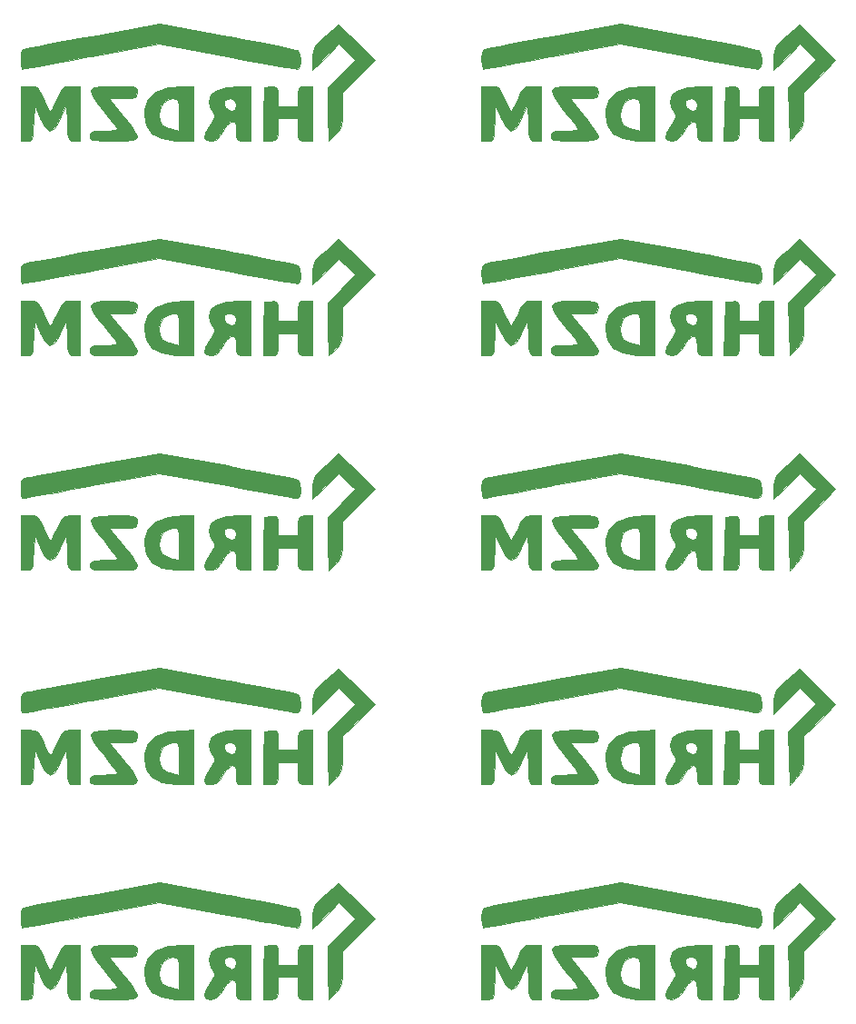
<source format=gbr>
%TF.GenerationSoftware,KiCad,Pcbnew,(5.1.9)-1*%
%TF.CreationDate,2021-05-03T13:14:33+02:00*%
%TF.ProjectId,IM350_AM550_5V_V2.0_Multi,494d3335-305f-4414-9d35-35305f35565f,rev?*%
%TF.SameCoordinates,Original*%
%TF.FileFunction,Legend,Bot*%
%TF.FilePolarity,Positive*%
%FSLAX46Y46*%
G04 Gerber Fmt 4.6, Leading zero omitted, Abs format (unit mm)*
G04 Created by KiCad (PCBNEW (5.1.9)-1) date 2021-05-03 13:14:33*
%MOMM*%
%LPD*%
G01*
G04 APERTURE LIST*
%ADD10C,0.010000*%
G04 APERTURE END LIST*
D10*
%TO.C,G2*%
G36*
X62834091Y-107259720D02*
G01*
X62189823Y-107840303D01*
X61826172Y-108270803D01*
X61663573Y-108690181D01*
X61622463Y-109237399D01*
X61621818Y-109376992D01*
X61621818Y-110445133D01*
X62839933Y-109242149D01*
X64058048Y-108039166D01*
X64801539Y-108782657D01*
X65545029Y-109526148D01*
X64267906Y-110816738D01*
X62990782Y-112107328D01*
X63056755Y-114590599D01*
X63122727Y-117073871D01*
X63757727Y-116410209D01*
X64100825Y-116000821D01*
X64292543Y-115576390D01*
X64375590Y-114984816D01*
X64392727Y-114148614D01*
X64392727Y-112550680D01*
X65893628Y-111038189D01*
X67394530Y-109525698D01*
X64046364Y-106210588D01*
X62834091Y-107259720D01*
G37*
X62834091Y-107259720D02*
X62189823Y-107840303D01*
X61826172Y-108270803D01*
X61663573Y-108690181D01*
X61622463Y-109237399D01*
X61621818Y-109376992D01*
X61621818Y-110445133D01*
X62839933Y-109242149D01*
X64058048Y-108039166D01*
X64801539Y-108782657D01*
X65545029Y-109526148D01*
X64267906Y-110816738D01*
X62990782Y-112107328D01*
X63056755Y-114590599D01*
X63122727Y-117073871D01*
X63757727Y-116410209D01*
X64100825Y-116000821D01*
X64292543Y-115576390D01*
X64375590Y-114984816D01*
X64392727Y-114148614D01*
X64392727Y-112550680D01*
X65893628Y-111038189D01*
X67394530Y-109525698D01*
X64046364Y-106210588D01*
X62834091Y-107259720D01*
G36*
X60484909Y-111998292D02*
G01*
X60287451Y-112195944D01*
X60237457Y-112687122D01*
X60236364Y-112885454D01*
X60236364Y-113809091D01*
X58389091Y-113809091D01*
X58389091Y-112870117D01*
X58364956Y-112275193D01*
X58233747Y-112021424D01*
X57907262Y-111988531D01*
X57754091Y-112004208D01*
X57119091Y-112077272D01*
X57053552Y-114559545D01*
X56988012Y-117041818D01*
X57688552Y-117041818D01*
X58119278Y-117012352D01*
X58323280Y-116840367D01*
X58385084Y-116400487D01*
X58389091Y-116002727D01*
X58389091Y-114963636D01*
X60236364Y-114963636D01*
X60236364Y-116002727D01*
X60256445Y-116641680D01*
X60372390Y-116944309D01*
X60667753Y-117035944D01*
X60929091Y-117041818D01*
X61621818Y-117041818D01*
X61621818Y-111961818D01*
X60929091Y-111961818D01*
X60484909Y-111998292D01*
G37*
X60484909Y-111998292D02*
X60287451Y-112195944D01*
X60237457Y-112687122D01*
X60236364Y-112885454D01*
X60236364Y-113809091D01*
X58389091Y-113809091D01*
X58389091Y-112870117D01*
X58364956Y-112275193D01*
X58233747Y-112021424D01*
X57907262Y-111988531D01*
X57754091Y-112004208D01*
X57119091Y-112077272D01*
X57053552Y-114559545D01*
X56988012Y-117041818D01*
X57688552Y-117041818D01*
X58119278Y-117012352D01*
X58323280Y-116840367D01*
X58385084Y-116400487D01*
X58389091Y-116002727D01*
X58389091Y-114963636D01*
X60236364Y-114963636D01*
X60236364Y-116002727D01*
X60256445Y-116641680D01*
X60372390Y-116944309D01*
X60667753Y-117035944D01*
X60929091Y-117041818D01*
X61621818Y-117041818D01*
X61621818Y-111961818D01*
X60929091Y-111961818D01*
X60484909Y-111998292D01*
G36*
X53642837Y-112046235D02*
G01*
X52764684Y-112276401D01*
X52193038Y-112617685D01*
X52105054Y-112726718D01*
X51934390Y-113382505D01*
X52127254Y-114069532D01*
X52290102Y-114293121D01*
X52491165Y-114577610D01*
X52479224Y-114871679D01*
X52227204Y-115325884D01*
X52059193Y-115577178D01*
X51615248Y-116312785D01*
X51496480Y-116768546D01*
X51704158Y-116993792D01*
X52096818Y-117041194D01*
X52584610Y-116936356D01*
X52972164Y-116551108D01*
X53193636Y-116178010D01*
X53572771Y-115620334D01*
X53957725Y-115277117D01*
X54059545Y-115238066D01*
X54321578Y-115269813D01*
X54439795Y-115568632D01*
X54463636Y-116101250D01*
X54489728Y-116700492D01*
X54632454Y-116969616D01*
X54988494Y-117039887D01*
X55156364Y-117041818D01*
X55849091Y-117041818D01*
X55849091Y-113709696D01*
X54463636Y-113709696D01*
X54388255Y-114142177D01*
X54083953Y-114243785D01*
X53944091Y-114229241D01*
X53477274Y-113966292D01*
X53350758Y-113635909D01*
X53381730Y-113247837D01*
X53711239Y-113121022D01*
X53870304Y-113116363D01*
X54316807Y-113204860D01*
X54459257Y-113562941D01*
X54463636Y-113709696D01*
X55849091Y-113709696D01*
X55849091Y-111961818D01*
X54709578Y-111961818D01*
X53642837Y-112046235D01*
G37*
X53642837Y-112046235D02*
X52764684Y-112276401D01*
X52193038Y-112617685D01*
X52105054Y-112726718D01*
X51934390Y-113382505D01*
X52127254Y-114069532D01*
X52290102Y-114293121D01*
X52491165Y-114577610D01*
X52479224Y-114871679D01*
X52227204Y-115325884D01*
X52059193Y-115577178D01*
X51615248Y-116312785D01*
X51496480Y-116768546D01*
X51704158Y-116993792D01*
X52096818Y-117041194D01*
X52584610Y-116936356D01*
X52972164Y-116551108D01*
X53193636Y-116178010D01*
X53572771Y-115620334D01*
X53957725Y-115277117D01*
X54059545Y-115238066D01*
X54321578Y-115269813D01*
X54439795Y-115568632D01*
X54463636Y-116101250D01*
X54489728Y-116700492D01*
X54632454Y-116969616D01*
X54988494Y-117039887D01*
X55156364Y-117041818D01*
X55849091Y-117041818D01*
X55849091Y-113709696D01*
X54463636Y-113709696D01*
X54388255Y-114142177D01*
X54083953Y-114243785D01*
X53944091Y-114229241D01*
X53477274Y-113966292D01*
X53350758Y-113635909D01*
X53381730Y-113247837D01*
X53711239Y-113121022D01*
X53870304Y-113116363D01*
X54316807Y-113204860D01*
X54459257Y-113562941D01*
X54463636Y-113709696D01*
X55849091Y-113709696D01*
X55849091Y-111961818D01*
X54709578Y-111961818D01*
X53642837Y-112046235D01*
G36*
X49556818Y-111963106D02*
G01*
X48107982Y-112103587D01*
X47019507Y-112517315D01*
X46298508Y-113199123D01*
X45952100Y-114143840D01*
X45920000Y-114604872D01*
X46100493Y-115616709D01*
X46645426Y-116355900D01*
X47559985Y-116826202D01*
X48849353Y-117031370D01*
X49283214Y-117041818D01*
X50538182Y-117041818D01*
X50538182Y-114621672D01*
X49152727Y-114621672D01*
X49152727Y-116126980D01*
X48517727Y-115975287D01*
X47941673Y-115783473D01*
X47594091Y-115596250D01*
X47367634Y-115169201D01*
X47318477Y-114527147D01*
X47439316Y-113878403D01*
X47668312Y-113479220D01*
X48183585Y-113189040D01*
X48591948Y-113116363D01*
X48893181Y-113144690D01*
X49061164Y-113299044D01*
X49134663Y-113683485D01*
X49152443Y-114402073D01*
X49152727Y-114621672D01*
X50538182Y-114621672D01*
X50538182Y-111961818D01*
X49556818Y-111963106D01*
G37*
X49556818Y-111963106D02*
X48107982Y-112103587D01*
X47019507Y-112517315D01*
X46298508Y-113199123D01*
X45952100Y-114143840D01*
X45920000Y-114604872D01*
X46100493Y-115616709D01*
X46645426Y-116355900D01*
X47559985Y-116826202D01*
X48849353Y-117031370D01*
X49283214Y-117041818D01*
X50538182Y-117041818D01*
X50538182Y-114621672D01*
X49152727Y-114621672D01*
X49152727Y-116126980D01*
X48517727Y-115975287D01*
X47941673Y-115783473D01*
X47594091Y-115596250D01*
X47367634Y-115169201D01*
X47318477Y-114527147D01*
X47439316Y-113878403D01*
X47668312Y-113479220D01*
X48183585Y-113189040D01*
X48591948Y-113116363D01*
X48893181Y-113144690D01*
X49061164Y-113299044D01*
X49134663Y-113683485D01*
X49152443Y-114402073D01*
X49152727Y-114621672D01*
X50538182Y-114621672D01*
X50538182Y-111961818D01*
X49556818Y-111963106D01*
G36*
X41987335Y-111986845D02*
G01*
X41266254Y-112096570D01*
X40954490Y-112342964D01*
X41027933Y-112777993D01*
X41462471Y-113453626D01*
X42084818Y-114240129D01*
X42662589Y-114961922D01*
X43107553Y-115547470D01*
X43352701Y-115907237D01*
X43380000Y-115970704D01*
X43171127Y-116051485D01*
X42632342Y-116105052D01*
X42110000Y-116118181D01*
X41376069Y-116138226D01*
X40993733Y-116224894D01*
X40853545Y-116417981D01*
X40840000Y-116580000D01*
X40873125Y-116794643D01*
X41029609Y-116930110D01*
X41395119Y-117004437D01*
X42055321Y-117035658D01*
X43033636Y-117041818D01*
X44059002Y-117033022D01*
X44706761Y-116996120D01*
X45060960Y-116915343D01*
X45205644Y-116774919D01*
X45227273Y-116630205D01*
X45086267Y-116273596D01*
X44710206Y-115678026D01*
X44169529Y-114950873D01*
X43939785Y-114667477D01*
X42652297Y-113116363D01*
X43939785Y-113116363D01*
X44673374Y-113101850D01*
X45057595Y-113024744D01*
X45204734Y-112834701D01*
X45227273Y-112539091D01*
X45210812Y-112266199D01*
X45102286Y-112096586D01*
X44812980Y-112005696D01*
X44254179Y-111968969D01*
X43337167Y-111961850D01*
X43141844Y-111961818D01*
X41987335Y-111986845D01*
G37*
X41987335Y-111986845D02*
X41266254Y-112096570D01*
X40954490Y-112342964D01*
X41027933Y-112777993D01*
X41462471Y-113453626D01*
X42084818Y-114240129D01*
X42662589Y-114961922D01*
X43107553Y-115547470D01*
X43352701Y-115907237D01*
X43380000Y-115970704D01*
X43171127Y-116051485D01*
X42632342Y-116105052D01*
X42110000Y-116118181D01*
X41376069Y-116138226D01*
X40993733Y-116224894D01*
X40853545Y-116417981D01*
X40840000Y-116580000D01*
X40873125Y-116794643D01*
X41029609Y-116930110D01*
X41395119Y-117004437D01*
X42055321Y-117035658D01*
X43033636Y-117041818D01*
X44059002Y-117033022D01*
X44706761Y-116996120D01*
X45060960Y-116915343D01*
X45205644Y-116774919D01*
X45227273Y-116630205D01*
X45086267Y-116273596D01*
X44710206Y-115678026D01*
X44169529Y-114950873D01*
X43939785Y-114667477D01*
X42652297Y-113116363D01*
X43939785Y-113116363D01*
X44673374Y-113101850D01*
X45057595Y-113024744D01*
X45204734Y-112834701D01*
X45227273Y-112539091D01*
X45210812Y-112266199D01*
X45102286Y-112096586D01*
X44812980Y-112005696D01*
X44254179Y-111968969D01*
X43337167Y-111961850D01*
X43141844Y-111961818D01*
X41987335Y-111986845D01*
G36*
X38604571Y-111996136D02*
G01*
X38287452Y-112170983D01*
X38022530Y-112594195D01*
X37794599Y-113116363D01*
X37500109Y-113756220D01*
X37252343Y-114175473D01*
X37145455Y-114270909D01*
X36970635Y-114076068D01*
X36700792Y-113574721D01*
X36496310Y-113116363D01*
X36193394Y-112446186D01*
X35926195Y-112102406D01*
X35573216Y-111977186D01*
X35195524Y-111961818D01*
X34374545Y-111961818D01*
X34374545Y-117041818D01*
X34941702Y-117041818D01*
X35235265Y-117015048D01*
X35410692Y-116868948D01*
X35505415Y-116504829D01*
X35556868Y-115824002D01*
X35576702Y-115367727D01*
X35644545Y-113693636D01*
X36192526Y-114905909D01*
X36632272Y-115712638D01*
X37023867Y-116090872D01*
X37145455Y-116118181D01*
X37516537Y-115893411D01*
X37941431Y-115232945D01*
X38098383Y-114905909D01*
X38646364Y-113693636D01*
X38714207Y-115367727D01*
X38758262Y-116231043D01*
X38828035Y-116731377D01*
X38960959Y-116967418D01*
X39194467Y-117037853D01*
X39349207Y-117041818D01*
X39916364Y-117041818D01*
X39916364Y-111961818D01*
X39095385Y-111961818D01*
X38604571Y-111996136D01*
G37*
X38604571Y-111996136D02*
X38287452Y-112170983D01*
X38022530Y-112594195D01*
X37794599Y-113116363D01*
X37500109Y-113756220D01*
X37252343Y-114175473D01*
X37145455Y-114270909D01*
X36970635Y-114076068D01*
X36700792Y-113574721D01*
X36496310Y-113116363D01*
X36193394Y-112446186D01*
X35926195Y-112102406D01*
X35573216Y-111977186D01*
X35195524Y-111961818D01*
X34374545Y-111961818D01*
X34374545Y-117041818D01*
X34941702Y-117041818D01*
X35235265Y-117015048D01*
X35410692Y-116868948D01*
X35505415Y-116504829D01*
X35556868Y-115824002D01*
X35576702Y-115367727D01*
X35644545Y-113693636D01*
X36192526Y-114905909D01*
X36632272Y-115712638D01*
X37023867Y-116090872D01*
X37145455Y-116118181D01*
X37516537Y-115893411D01*
X37941431Y-115232945D01*
X38098383Y-114905909D01*
X38646364Y-113693636D01*
X38714207Y-115367727D01*
X38758262Y-116231043D01*
X38828035Y-116731377D01*
X38960959Y-116967418D01*
X39194467Y-117037853D01*
X39349207Y-117041818D01*
X39916364Y-117041818D01*
X39916364Y-111961818D01*
X39095385Y-111961818D01*
X38604571Y-111996136D01*
G36*
X41492326Y-107217061D02*
G01*
X39873127Y-107510566D01*
X38375819Y-107783059D01*
X37069367Y-108021903D01*
X36022741Y-108214460D01*
X35304906Y-108348094D01*
X35009545Y-108404934D01*
X34593885Y-108546903D01*
X34413497Y-108843737D01*
X34374545Y-109440165D01*
X34407793Y-110011956D01*
X34490653Y-110325211D01*
X34521540Y-110345454D01*
X34778355Y-110305176D01*
X35429840Y-110191475D01*
X36416572Y-110015055D01*
X37679129Y-109786618D01*
X39158090Y-109516866D01*
X40794032Y-109216503D01*
X40986995Y-109180952D01*
X47305455Y-108016451D01*
X53623915Y-109180952D01*
X55281064Y-109484688D01*
X56794570Y-109758889D01*
X58103590Y-109992789D01*
X59147280Y-110175622D01*
X59864797Y-110296622D01*
X60195300Y-110345022D01*
X60204824Y-110345454D01*
X60380197Y-110142454D01*
X60465563Y-109642268D01*
X60467273Y-109550900D01*
X60410457Y-108978993D01*
X60271728Y-108638719D01*
X60252347Y-108623514D01*
X59977171Y-108548696D01*
X59307694Y-108403827D01*
X58304101Y-108200815D01*
X57026578Y-107951566D01*
X55535311Y-107667990D01*
X53890485Y-107361994D01*
X53688764Y-107324906D01*
X47340106Y-106159130D01*
X41492326Y-107217061D01*
G37*
X41492326Y-107217061D02*
X39873127Y-107510566D01*
X38375819Y-107783059D01*
X37069367Y-108021903D01*
X36022741Y-108214460D01*
X35304906Y-108348094D01*
X35009545Y-108404934D01*
X34593885Y-108546903D01*
X34413497Y-108843737D01*
X34374545Y-109440165D01*
X34407793Y-110011956D01*
X34490653Y-110325211D01*
X34521540Y-110345454D01*
X34778355Y-110305176D01*
X35429840Y-110191475D01*
X36416572Y-110015055D01*
X37679129Y-109786618D01*
X39158090Y-109516866D01*
X40794032Y-109216503D01*
X40986995Y-109180952D01*
X47305455Y-108016451D01*
X53623915Y-109180952D01*
X55281064Y-109484688D01*
X56794570Y-109758889D01*
X58103590Y-109992789D01*
X59147280Y-110175622D01*
X59864797Y-110296622D01*
X60195300Y-110345022D01*
X60204824Y-110345454D01*
X60380197Y-110142454D01*
X60465563Y-109642268D01*
X60467273Y-109550900D01*
X60410457Y-108978993D01*
X60271728Y-108638719D01*
X60252347Y-108623514D01*
X59977171Y-108548696D01*
X59307694Y-108403827D01*
X58304101Y-108200815D01*
X57026578Y-107951566D01*
X55535311Y-107667990D01*
X53890485Y-107361994D01*
X53688764Y-107324906D01*
X47340106Y-106159130D01*
X41492326Y-107217061D01*
G36*
X84492326Y-107217061D02*
G01*
X82873127Y-107510566D01*
X81375819Y-107783059D01*
X80069367Y-108021903D01*
X79022741Y-108214460D01*
X78304906Y-108348094D01*
X78009545Y-108404934D01*
X77593885Y-108546903D01*
X77413497Y-108843737D01*
X77374545Y-109440165D01*
X77407793Y-110011956D01*
X77490653Y-110325211D01*
X77521540Y-110345454D01*
X77778355Y-110305176D01*
X78429840Y-110191475D01*
X79416572Y-110015055D01*
X80679129Y-109786618D01*
X82158090Y-109516866D01*
X83794032Y-109216503D01*
X83986995Y-109180952D01*
X90305455Y-108016451D01*
X96623915Y-109180952D01*
X98281064Y-109484688D01*
X99794570Y-109758889D01*
X101103590Y-109992789D01*
X102147280Y-110175622D01*
X102864797Y-110296622D01*
X103195300Y-110345022D01*
X103204824Y-110345454D01*
X103380197Y-110142454D01*
X103465563Y-109642268D01*
X103467273Y-109550900D01*
X103410457Y-108978993D01*
X103271728Y-108638719D01*
X103252347Y-108623514D01*
X102977171Y-108548696D01*
X102307694Y-108403827D01*
X101304101Y-108200815D01*
X100026578Y-107951566D01*
X98535311Y-107667990D01*
X96890485Y-107361994D01*
X96688764Y-107324906D01*
X90340106Y-106159130D01*
X84492326Y-107217061D01*
G37*
X84492326Y-107217061D02*
X82873127Y-107510566D01*
X81375819Y-107783059D01*
X80069367Y-108021903D01*
X79022741Y-108214460D01*
X78304906Y-108348094D01*
X78009545Y-108404934D01*
X77593885Y-108546903D01*
X77413497Y-108843737D01*
X77374545Y-109440165D01*
X77407793Y-110011956D01*
X77490653Y-110325211D01*
X77521540Y-110345454D01*
X77778355Y-110305176D01*
X78429840Y-110191475D01*
X79416572Y-110015055D01*
X80679129Y-109786618D01*
X82158090Y-109516866D01*
X83794032Y-109216503D01*
X83986995Y-109180952D01*
X90305455Y-108016451D01*
X96623915Y-109180952D01*
X98281064Y-109484688D01*
X99794570Y-109758889D01*
X101103590Y-109992789D01*
X102147280Y-110175622D01*
X102864797Y-110296622D01*
X103195300Y-110345022D01*
X103204824Y-110345454D01*
X103380197Y-110142454D01*
X103465563Y-109642268D01*
X103467273Y-109550900D01*
X103410457Y-108978993D01*
X103271728Y-108638719D01*
X103252347Y-108623514D01*
X102977171Y-108548696D01*
X102307694Y-108403827D01*
X101304101Y-108200815D01*
X100026578Y-107951566D01*
X98535311Y-107667990D01*
X96890485Y-107361994D01*
X96688764Y-107324906D01*
X90340106Y-106159130D01*
X84492326Y-107217061D01*
G36*
X81604571Y-111996136D02*
G01*
X81287452Y-112170983D01*
X81022530Y-112594195D01*
X80794599Y-113116363D01*
X80500109Y-113756220D01*
X80252343Y-114175473D01*
X80145455Y-114270909D01*
X79970635Y-114076068D01*
X79700792Y-113574721D01*
X79496310Y-113116363D01*
X79193394Y-112446186D01*
X78926195Y-112102406D01*
X78573216Y-111977186D01*
X78195524Y-111961818D01*
X77374545Y-111961818D01*
X77374545Y-117041818D01*
X77941702Y-117041818D01*
X78235265Y-117015048D01*
X78410692Y-116868948D01*
X78505415Y-116504829D01*
X78556868Y-115824002D01*
X78576702Y-115367727D01*
X78644545Y-113693636D01*
X79192526Y-114905909D01*
X79632272Y-115712638D01*
X80023867Y-116090872D01*
X80145455Y-116118181D01*
X80516537Y-115893411D01*
X80941431Y-115232945D01*
X81098383Y-114905909D01*
X81646364Y-113693636D01*
X81714207Y-115367727D01*
X81758262Y-116231043D01*
X81828035Y-116731377D01*
X81960959Y-116967418D01*
X82194467Y-117037853D01*
X82349207Y-117041818D01*
X82916364Y-117041818D01*
X82916364Y-111961818D01*
X82095385Y-111961818D01*
X81604571Y-111996136D01*
G37*
X81604571Y-111996136D02*
X81287452Y-112170983D01*
X81022530Y-112594195D01*
X80794599Y-113116363D01*
X80500109Y-113756220D01*
X80252343Y-114175473D01*
X80145455Y-114270909D01*
X79970635Y-114076068D01*
X79700792Y-113574721D01*
X79496310Y-113116363D01*
X79193394Y-112446186D01*
X78926195Y-112102406D01*
X78573216Y-111977186D01*
X78195524Y-111961818D01*
X77374545Y-111961818D01*
X77374545Y-117041818D01*
X77941702Y-117041818D01*
X78235265Y-117015048D01*
X78410692Y-116868948D01*
X78505415Y-116504829D01*
X78556868Y-115824002D01*
X78576702Y-115367727D01*
X78644545Y-113693636D01*
X79192526Y-114905909D01*
X79632272Y-115712638D01*
X80023867Y-116090872D01*
X80145455Y-116118181D01*
X80516537Y-115893411D01*
X80941431Y-115232945D01*
X81098383Y-114905909D01*
X81646364Y-113693636D01*
X81714207Y-115367727D01*
X81758262Y-116231043D01*
X81828035Y-116731377D01*
X81960959Y-116967418D01*
X82194467Y-117037853D01*
X82349207Y-117041818D01*
X82916364Y-117041818D01*
X82916364Y-111961818D01*
X82095385Y-111961818D01*
X81604571Y-111996136D01*
G36*
X84987335Y-111986845D02*
G01*
X84266254Y-112096570D01*
X83954490Y-112342964D01*
X84027933Y-112777993D01*
X84462471Y-113453626D01*
X85084818Y-114240129D01*
X85662589Y-114961922D01*
X86107553Y-115547470D01*
X86352701Y-115907237D01*
X86380000Y-115970704D01*
X86171127Y-116051485D01*
X85632342Y-116105052D01*
X85110000Y-116118181D01*
X84376069Y-116138226D01*
X83993733Y-116224894D01*
X83853545Y-116417981D01*
X83840000Y-116580000D01*
X83873125Y-116794643D01*
X84029609Y-116930110D01*
X84395119Y-117004437D01*
X85055321Y-117035658D01*
X86033636Y-117041818D01*
X87059002Y-117033022D01*
X87706761Y-116996120D01*
X88060960Y-116915343D01*
X88205644Y-116774919D01*
X88227273Y-116630205D01*
X88086267Y-116273596D01*
X87710206Y-115678026D01*
X87169529Y-114950873D01*
X86939785Y-114667477D01*
X85652297Y-113116363D01*
X86939785Y-113116363D01*
X87673374Y-113101850D01*
X88057595Y-113024744D01*
X88204734Y-112834701D01*
X88227273Y-112539091D01*
X88210812Y-112266199D01*
X88102286Y-112096586D01*
X87812980Y-112005696D01*
X87254179Y-111968969D01*
X86337167Y-111961850D01*
X86141844Y-111961818D01*
X84987335Y-111986845D01*
G37*
X84987335Y-111986845D02*
X84266254Y-112096570D01*
X83954490Y-112342964D01*
X84027933Y-112777993D01*
X84462471Y-113453626D01*
X85084818Y-114240129D01*
X85662589Y-114961922D01*
X86107553Y-115547470D01*
X86352701Y-115907237D01*
X86380000Y-115970704D01*
X86171127Y-116051485D01*
X85632342Y-116105052D01*
X85110000Y-116118181D01*
X84376069Y-116138226D01*
X83993733Y-116224894D01*
X83853545Y-116417981D01*
X83840000Y-116580000D01*
X83873125Y-116794643D01*
X84029609Y-116930110D01*
X84395119Y-117004437D01*
X85055321Y-117035658D01*
X86033636Y-117041818D01*
X87059002Y-117033022D01*
X87706761Y-116996120D01*
X88060960Y-116915343D01*
X88205644Y-116774919D01*
X88227273Y-116630205D01*
X88086267Y-116273596D01*
X87710206Y-115678026D01*
X87169529Y-114950873D01*
X86939785Y-114667477D01*
X85652297Y-113116363D01*
X86939785Y-113116363D01*
X87673374Y-113101850D01*
X88057595Y-113024744D01*
X88204734Y-112834701D01*
X88227273Y-112539091D01*
X88210812Y-112266199D01*
X88102286Y-112096586D01*
X87812980Y-112005696D01*
X87254179Y-111968969D01*
X86337167Y-111961850D01*
X86141844Y-111961818D01*
X84987335Y-111986845D01*
G36*
X92556818Y-111963106D02*
G01*
X91107982Y-112103587D01*
X90019507Y-112517315D01*
X89298508Y-113199123D01*
X88952100Y-114143840D01*
X88920000Y-114604872D01*
X89100493Y-115616709D01*
X89645426Y-116355900D01*
X90559985Y-116826202D01*
X91849353Y-117031370D01*
X92283214Y-117041818D01*
X93538182Y-117041818D01*
X93538182Y-114621672D01*
X92152727Y-114621672D01*
X92152727Y-116126980D01*
X91517727Y-115975287D01*
X90941673Y-115783473D01*
X90594091Y-115596250D01*
X90367634Y-115169201D01*
X90318477Y-114527147D01*
X90439316Y-113878403D01*
X90668312Y-113479220D01*
X91183585Y-113189040D01*
X91591948Y-113116363D01*
X91893181Y-113144690D01*
X92061164Y-113299044D01*
X92134663Y-113683485D01*
X92152443Y-114402073D01*
X92152727Y-114621672D01*
X93538182Y-114621672D01*
X93538182Y-111961818D01*
X92556818Y-111963106D01*
G37*
X92556818Y-111963106D02*
X91107982Y-112103587D01*
X90019507Y-112517315D01*
X89298508Y-113199123D01*
X88952100Y-114143840D01*
X88920000Y-114604872D01*
X89100493Y-115616709D01*
X89645426Y-116355900D01*
X90559985Y-116826202D01*
X91849353Y-117031370D01*
X92283214Y-117041818D01*
X93538182Y-117041818D01*
X93538182Y-114621672D01*
X92152727Y-114621672D01*
X92152727Y-116126980D01*
X91517727Y-115975287D01*
X90941673Y-115783473D01*
X90594091Y-115596250D01*
X90367634Y-115169201D01*
X90318477Y-114527147D01*
X90439316Y-113878403D01*
X90668312Y-113479220D01*
X91183585Y-113189040D01*
X91591948Y-113116363D01*
X91893181Y-113144690D01*
X92061164Y-113299044D01*
X92134663Y-113683485D01*
X92152443Y-114402073D01*
X92152727Y-114621672D01*
X93538182Y-114621672D01*
X93538182Y-111961818D01*
X92556818Y-111963106D01*
G36*
X96642837Y-112046235D02*
G01*
X95764684Y-112276401D01*
X95193038Y-112617685D01*
X95105054Y-112726718D01*
X94934390Y-113382505D01*
X95127254Y-114069532D01*
X95290102Y-114293121D01*
X95491165Y-114577610D01*
X95479224Y-114871679D01*
X95227204Y-115325884D01*
X95059193Y-115577178D01*
X94615248Y-116312785D01*
X94496480Y-116768546D01*
X94704158Y-116993792D01*
X95096818Y-117041194D01*
X95584610Y-116936356D01*
X95972164Y-116551108D01*
X96193636Y-116178010D01*
X96572771Y-115620334D01*
X96957725Y-115277117D01*
X97059545Y-115238066D01*
X97321578Y-115269813D01*
X97439795Y-115568632D01*
X97463636Y-116101250D01*
X97489728Y-116700492D01*
X97632454Y-116969616D01*
X97988494Y-117039887D01*
X98156364Y-117041818D01*
X98849091Y-117041818D01*
X98849091Y-113709696D01*
X97463636Y-113709696D01*
X97388255Y-114142177D01*
X97083953Y-114243785D01*
X96944091Y-114229241D01*
X96477274Y-113966292D01*
X96350758Y-113635909D01*
X96381730Y-113247837D01*
X96711239Y-113121022D01*
X96870304Y-113116363D01*
X97316807Y-113204860D01*
X97459257Y-113562941D01*
X97463636Y-113709696D01*
X98849091Y-113709696D01*
X98849091Y-111961818D01*
X97709578Y-111961818D01*
X96642837Y-112046235D01*
G37*
X96642837Y-112046235D02*
X95764684Y-112276401D01*
X95193038Y-112617685D01*
X95105054Y-112726718D01*
X94934390Y-113382505D01*
X95127254Y-114069532D01*
X95290102Y-114293121D01*
X95491165Y-114577610D01*
X95479224Y-114871679D01*
X95227204Y-115325884D01*
X95059193Y-115577178D01*
X94615248Y-116312785D01*
X94496480Y-116768546D01*
X94704158Y-116993792D01*
X95096818Y-117041194D01*
X95584610Y-116936356D01*
X95972164Y-116551108D01*
X96193636Y-116178010D01*
X96572771Y-115620334D01*
X96957725Y-115277117D01*
X97059545Y-115238066D01*
X97321578Y-115269813D01*
X97439795Y-115568632D01*
X97463636Y-116101250D01*
X97489728Y-116700492D01*
X97632454Y-116969616D01*
X97988494Y-117039887D01*
X98156364Y-117041818D01*
X98849091Y-117041818D01*
X98849091Y-113709696D01*
X97463636Y-113709696D01*
X97388255Y-114142177D01*
X97083953Y-114243785D01*
X96944091Y-114229241D01*
X96477274Y-113966292D01*
X96350758Y-113635909D01*
X96381730Y-113247837D01*
X96711239Y-113121022D01*
X96870304Y-113116363D01*
X97316807Y-113204860D01*
X97459257Y-113562941D01*
X97463636Y-113709696D01*
X98849091Y-113709696D01*
X98849091Y-111961818D01*
X97709578Y-111961818D01*
X96642837Y-112046235D01*
G36*
X103484909Y-111998292D02*
G01*
X103287451Y-112195944D01*
X103237457Y-112687122D01*
X103236364Y-112885454D01*
X103236364Y-113809091D01*
X101389091Y-113809091D01*
X101389091Y-112870117D01*
X101364956Y-112275193D01*
X101233747Y-112021424D01*
X100907262Y-111988531D01*
X100754091Y-112004208D01*
X100119091Y-112077272D01*
X100053552Y-114559545D01*
X99988012Y-117041818D01*
X100688552Y-117041818D01*
X101119278Y-117012352D01*
X101323280Y-116840367D01*
X101385084Y-116400487D01*
X101389091Y-116002727D01*
X101389091Y-114963636D01*
X103236364Y-114963636D01*
X103236364Y-116002727D01*
X103256445Y-116641680D01*
X103372390Y-116944309D01*
X103667753Y-117035944D01*
X103929091Y-117041818D01*
X104621818Y-117041818D01*
X104621818Y-111961818D01*
X103929091Y-111961818D01*
X103484909Y-111998292D01*
G37*
X103484909Y-111998292D02*
X103287451Y-112195944D01*
X103237457Y-112687122D01*
X103236364Y-112885454D01*
X103236364Y-113809091D01*
X101389091Y-113809091D01*
X101389091Y-112870117D01*
X101364956Y-112275193D01*
X101233747Y-112021424D01*
X100907262Y-111988531D01*
X100754091Y-112004208D01*
X100119091Y-112077272D01*
X100053552Y-114559545D01*
X99988012Y-117041818D01*
X100688552Y-117041818D01*
X101119278Y-117012352D01*
X101323280Y-116840367D01*
X101385084Y-116400487D01*
X101389091Y-116002727D01*
X101389091Y-114963636D01*
X103236364Y-114963636D01*
X103236364Y-116002727D01*
X103256445Y-116641680D01*
X103372390Y-116944309D01*
X103667753Y-117035944D01*
X103929091Y-117041818D01*
X104621818Y-117041818D01*
X104621818Y-111961818D01*
X103929091Y-111961818D01*
X103484909Y-111998292D01*
G36*
X105834091Y-107259720D02*
G01*
X105189823Y-107840303D01*
X104826172Y-108270803D01*
X104663573Y-108690181D01*
X104622463Y-109237399D01*
X104621818Y-109376992D01*
X104621818Y-110445133D01*
X105839933Y-109242149D01*
X107058048Y-108039166D01*
X107801539Y-108782657D01*
X108545029Y-109526148D01*
X107267906Y-110816738D01*
X105990782Y-112107328D01*
X106056755Y-114590599D01*
X106122727Y-117073871D01*
X106757727Y-116410209D01*
X107100825Y-116000821D01*
X107292543Y-115576390D01*
X107375590Y-114984816D01*
X107392727Y-114148614D01*
X107392727Y-112550680D01*
X108893628Y-111038189D01*
X110394530Y-109525698D01*
X107046364Y-106210588D01*
X105834091Y-107259720D01*
G37*
X105834091Y-107259720D02*
X105189823Y-107840303D01*
X104826172Y-108270803D01*
X104663573Y-108690181D01*
X104622463Y-109237399D01*
X104621818Y-109376992D01*
X104621818Y-110445133D01*
X105839933Y-109242149D01*
X107058048Y-108039166D01*
X107801539Y-108782657D01*
X108545029Y-109526148D01*
X107267906Y-110816738D01*
X105990782Y-112107328D01*
X106056755Y-114590599D01*
X106122727Y-117073871D01*
X106757727Y-116410209D01*
X107100825Y-116000821D01*
X107292543Y-115576390D01*
X107375590Y-114984816D01*
X107392727Y-114148614D01*
X107392727Y-112550680D01*
X108893628Y-111038189D01*
X110394530Y-109525698D01*
X107046364Y-106210588D01*
X105834091Y-107259720D01*
G36*
X41492326Y-87217061D02*
G01*
X39873127Y-87510566D01*
X38375819Y-87783059D01*
X37069367Y-88021903D01*
X36022741Y-88214460D01*
X35304906Y-88348094D01*
X35009545Y-88404934D01*
X34593885Y-88546903D01*
X34413497Y-88843737D01*
X34374545Y-89440165D01*
X34407793Y-90011956D01*
X34490653Y-90325211D01*
X34521540Y-90345454D01*
X34778355Y-90305176D01*
X35429840Y-90191475D01*
X36416572Y-90015055D01*
X37679129Y-89786618D01*
X39158090Y-89516866D01*
X40794032Y-89216503D01*
X40986995Y-89180952D01*
X47305455Y-88016451D01*
X53623915Y-89180952D01*
X55281064Y-89484688D01*
X56794570Y-89758889D01*
X58103590Y-89992789D01*
X59147280Y-90175622D01*
X59864797Y-90296622D01*
X60195300Y-90345022D01*
X60204824Y-90345454D01*
X60380197Y-90142454D01*
X60465563Y-89642268D01*
X60467273Y-89550900D01*
X60410457Y-88978993D01*
X60271728Y-88638719D01*
X60252347Y-88623514D01*
X59977171Y-88548696D01*
X59307694Y-88403827D01*
X58304101Y-88200815D01*
X57026578Y-87951566D01*
X55535311Y-87667990D01*
X53890485Y-87361994D01*
X53688764Y-87324906D01*
X47340106Y-86159130D01*
X41492326Y-87217061D01*
G37*
X41492326Y-87217061D02*
X39873127Y-87510566D01*
X38375819Y-87783059D01*
X37069367Y-88021903D01*
X36022741Y-88214460D01*
X35304906Y-88348094D01*
X35009545Y-88404934D01*
X34593885Y-88546903D01*
X34413497Y-88843737D01*
X34374545Y-89440165D01*
X34407793Y-90011956D01*
X34490653Y-90325211D01*
X34521540Y-90345454D01*
X34778355Y-90305176D01*
X35429840Y-90191475D01*
X36416572Y-90015055D01*
X37679129Y-89786618D01*
X39158090Y-89516866D01*
X40794032Y-89216503D01*
X40986995Y-89180952D01*
X47305455Y-88016451D01*
X53623915Y-89180952D01*
X55281064Y-89484688D01*
X56794570Y-89758889D01*
X58103590Y-89992789D01*
X59147280Y-90175622D01*
X59864797Y-90296622D01*
X60195300Y-90345022D01*
X60204824Y-90345454D01*
X60380197Y-90142454D01*
X60465563Y-89642268D01*
X60467273Y-89550900D01*
X60410457Y-88978993D01*
X60271728Y-88638719D01*
X60252347Y-88623514D01*
X59977171Y-88548696D01*
X59307694Y-88403827D01*
X58304101Y-88200815D01*
X57026578Y-87951566D01*
X55535311Y-87667990D01*
X53890485Y-87361994D01*
X53688764Y-87324906D01*
X47340106Y-86159130D01*
X41492326Y-87217061D01*
G36*
X38604571Y-91996136D02*
G01*
X38287452Y-92170983D01*
X38022530Y-92594195D01*
X37794599Y-93116363D01*
X37500109Y-93756220D01*
X37252343Y-94175473D01*
X37145455Y-94270909D01*
X36970635Y-94076068D01*
X36700792Y-93574721D01*
X36496310Y-93116363D01*
X36193394Y-92446186D01*
X35926195Y-92102406D01*
X35573216Y-91977186D01*
X35195524Y-91961818D01*
X34374545Y-91961818D01*
X34374545Y-97041818D01*
X34941702Y-97041818D01*
X35235265Y-97015048D01*
X35410692Y-96868948D01*
X35505415Y-96504829D01*
X35556868Y-95824002D01*
X35576702Y-95367727D01*
X35644545Y-93693636D01*
X36192526Y-94905909D01*
X36632272Y-95712638D01*
X37023867Y-96090872D01*
X37145455Y-96118181D01*
X37516537Y-95893411D01*
X37941431Y-95232945D01*
X38098383Y-94905909D01*
X38646364Y-93693636D01*
X38714207Y-95367727D01*
X38758262Y-96231043D01*
X38828035Y-96731377D01*
X38960959Y-96967418D01*
X39194467Y-97037853D01*
X39349207Y-97041818D01*
X39916364Y-97041818D01*
X39916364Y-91961818D01*
X39095385Y-91961818D01*
X38604571Y-91996136D01*
G37*
X38604571Y-91996136D02*
X38287452Y-92170983D01*
X38022530Y-92594195D01*
X37794599Y-93116363D01*
X37500109Y-93756220D01*
X37252343Y-94175473D01*
X37145455Y-94270909D01*
X36970635Y-94076068D01*
X36700792Y-93574721D01*
X36496310Y-93116363D01*
X36193394Y-92446186D01*
X35926195Y-92102406D01*
X35573216Y-91977186D01*
X35195524Y-91961818D01*
X34374545Y-91961818D01*
X34374545Y-97041818D01*
X34941702Y-97041818D01*
X35235265Y-97015048D01*
X35410692Y-96868948D01*
X35505415Y-96504829D01*
X35556868Y-95824002D01*
X35576702Y-95367727D01*
X35644545Y-93693636D01*
X36192526Y-94905909D01*
X36632272Y-95712638D01*
X37023867Y-96090872D01*
X37145455Y-96118181D01*
X37516537Y-95893411D01*
X37941431Y-95232945D01*
X38098383Y-94905909D01*
X38646364Y-93693636D01*
X38714207Y-95367727D01*
X38758262Y-96231043D01*
X38828035Y-96731377D01*
X38960959Y-96967418D01*
X39194467Y-97037853D01*
X39349207Y-97041818D01*
X39916364Y-97041818D01*
X39916364Y-91961818D01*
X39095385Y-91961818D01*
X38604571Y-91996136D01*
G36*
X41987335Y-91986845D02*
G01*
X41266254Y-92096570D01*
X40954490Y-92342964D01*
X41027933Y-92777993D01*
X41462471Y-93453626D01*
X42084818Y-94240129D01*
X42662589Y-94961922D01*
X43107553Y-95547470D01*
X43352701Y-95907237D01*
X43380000Y-95970704D01*
X43171127Y-96051485D01*
X42632342Y-96105052D01*
X42110000Y-96118181D01*
X41376069Y-96138226D01*
X40993733Y-96224894D01*
X40853545Y-96417981D01*
X40840000Y-96580000D01*
X40873125Y-96794643D01*
X41029609Y-96930110D01*
X41395119Y-97004437D01*
X42055321Y-97035658D01*
X43033636Y-97041818D01*
X44059002Y-97033022D01*
X44706761Y-96996120D01*
X45060960Y-96915343D01*
X45205644Y-96774919D01*
X45227273Y-96630205D01*
X45086267Y-96273596D01*
X44710206Y-95678026D01*
X44169529Y-94950873D01*
X43939785Y-94667477D01*
X42652297Y-93116363D01*
X43939785Y-93116363D01*
X44673374Y-93101850D01*
X45057595Y-93024744D01*
X45204734Y-92834701D01*
X45227273Y-92539091D01*
X45210812Y-92266199D01*
X45102286Y-92096586D01*
X44812980Y-92005696D01*
X44254179Y-91968969D01*
X43337167Y-91961850D01*
X43141844Y-91961818D01*
X41987335Y-91986845D01*
G37*
X41987335Y-91986845D02*
X41266254Y-92096570D01*
X40954490Y-92342964D01*
X41027933Y-92777993D01*
X41462471Y-93453626D01*
X42084818Y-94240129D01*
X42662589Y-94961922D01*
X43107553Y-95547470D01*
X43352701Y-95907237D01*
X43380000Y-95970704D01*
X43171127Y-96051485D01*
X42632342Y-96105052D01*
X42110000Y-96118181D01*
X41376069Y-96138226D01*
X40993733Y-96224894D01*
X40853545Y-96417981D01*
X40840000Y-96580000D01*
X40873125Y-96794643D01*
X41029609Y-96930110D01*
X41395119Y-97004437D01*
X42055321Y-97035658D01*
X43033636Y-97041818D01*
X44059002Y-97033022D01*
X44706761Y-96996120D01*
X45060960Y-96915343D01*
X45205644Y-96774919D01*
X45227273Y-96630205D01*
X45086267Y-96273596D01*
X44710206Y-95678026D01*
X44169529Y-94950873D01*
X43939785Y-94667477D01*
X42652297Y-93116363D01*
X43939785Y-93116363D01*
X44673374Y-93101850D01*
X45057595Y-93024744D01*
X45204734Y-92834701D01*
X45227273Y-92539091D01*
X45210812Y-92266199D01*
X45102286Y-92096586D01*
X44812980Y-92005696D01*
X44254179Y-91968969D01*
X43337167Y-91961850D01*
X43141844Y-91961818D01*
X41987335Y-91986845D01*
G36*
X49556818Y-91963106D02*
G01*
X48107982Y-92103587D01*
X47019507Y-92517315D01*
X46298508Y-93199123D01*
X45952100Y-94143840D01*
X45920000Y-94604872D01*
X46100493Y-95616709D01*
X46645426Y-96355900D01*
X47559985Y-96826202D01*
X48849353Y-97031370D01*
X49283214Y-97041818D01*
X50538182Y-97041818D01*
X50538182Y-94621672D01*
X49152727Y-94621672D01*
X49152727Y-96126980D01*
X48517727Y-95975287D01*
X47941673Y-95783473D01*
X47594091Y-95596250D01*
X47367634Y-95169201D01*
X47318477Y-94527147D01*
X47439316Y-93878403D01*
X47668312Y-93479220D01*
X48183585Y-93189040D01*
X48591948Y-93116363D01*
X48893181Y-93144690D01*
X49061164Y-93299044D01*
X49134663Y-93683485D01*
X49152443Y-94402073D01*
X49152727Y-94621672D01*
X50538182Y-94621672D01*
X50538182Y-91961818D01*
X49556818Y-91963106D01*
G37*
X49556818Y-91963106D02*
X48107982Y-92103587D01*
X47019507Y-92517315D01*
X46298508Y-93199123D01*
X45952100Y-94143840D01*
X45920000Y-94604872D01*
X46100493Y-95616709D01*
X46645426Y-96355900D01*
X47559985Y-96826202D01*
X48849353Y-97031370D01*
X49283214Y-97041818D01*
X50538182Y-97041818D01*
X50538182Y-94621672D01*
X49152727Y-94621672D01*
X49152727Y-96126980D01*
X48517727Y-95975287D01*
X47941673Y-95783473D01*
X47594091Y-95596250D01*
X47367634Y-95169201D01*
X47318477Y-94527147D01*
X47439316Y-93878403D01*
X47668312Y-93479220D01*
X48183585Y-93189040D01*
X48591948Y-93116363D01*
X48893181Y-93144690D01*
X49061164Y-93299044D01*
X49134663Y-93683485D01*
X49152443Y-94402073D01*
X49152727Y-94621672D01*
X50538182Y-94621672D01*
X50538182Y-91961818D01*
X49556818Y-91963106D01*
G36*
X53642837Y-92046235D02*
G01*
X52764684Y-92276401D01*
X52193038Y-92617685D01*
X52105054Y-92726718D01*
X51934390Y-93382505D01*
X52127254Y-94069532D01*
X52290102Y-94293121D01*
X52491165Y-94577610D01*
X52479224Y-94871679D01*
X52227204Y-95325884D01*
X52059193Y-95577178D01*
X51615248Y-96312785D01*
X51496480Y-96768546D01*
X51704158Y-96993792D01*
X52096818Y-97041194D01*
X52584610Y-96936356D01*
X52972164Y-96551108D01*
X53193636Y-96178010D01*
X53572771Y-95620334D01*
X53957725Y-95277117D01*
X54059545Y-95238066D01*
X54321578Y-95269813D01*
X54439795Y-95568632D01*
X54463636Y-96101250D01*
X54489728Y-96700492D01*
X54632454Y-96969616D01*
X54988494Y-97039887D01*
X55156364Y-97041818D01*
X55849091Y-97041818D01*
X55849091Y-93709696D01*
X54463636Y-93709696D01*
X54388255Y-94142177D01*
X54083953Y-94243785D01*
X53944091Y-94229241D01*
X53477274Y-93966292D01*
X53350758Y-93635909D01*
X53381730Y-93247837D01*
X53711239Y-93121022D01*
X53870304Y-93116363D01*
X54316807Y-93204860D01*
X54459257Y-93562941D01*
X54463636Y-93709696D01*
X55849091Y-93709696D01*
X55849091Y-91961818D01*
X54709578Y-91961818D01*
X53642837Y-92046235D01*
G37*
X53642837Y-92046235D02*
X52764684Y-92276401D01*
X52193038Y-92617685D01*
X52105054Y-92726718D01*
X51934390Y-93382505D01*
X52127254Y-94069532D01*
X52290102Y-94293121D01*
X52491165Y-94577610D01*
X52479224Y-94871679D01*
X52227204Y-95325884D01*
X52059193Y-95577178D01*
X51615248Y-96312785D01*
X51496480Y-96768546D01*
X51704158Y-96993792D01*
X52096818Y-97041194D01*
X52584610Y-96936356D01*
X52972164Y-96551108D01*
X53193636Y-96178010D01*
X53572771Y-95620334D01*
X53957725Y-95277117D01*
X54059545Y-95238066D01*
X54321578Y-95269813D01*
X54439795Y-95568632D01*
X54463636Y-96101250D01*
X54489728Y-96700492D01*
X54632454Y-96969616D01*
X54988494Y-97039887D01*
X55156364Y-97041818D01*
X55849091Y-97041818D01*
X55849091Y-93709696D01*
X54463636Y-93709696D01*
X54388255Y-94142177D01*
X54083953Y-94243785D01*
X53944091Y-94229241D01*
X53477274Y-93966292D01*
X53350758Y-93635909D01*
X53381730Y-93247837D01*
X53711239Y-93121022D01*
X53870304Y-93116363D01*
X54316807Y-93204860D01*
X54459257Y-93562941D01*
X54463636Y-93709696D01*
X55849091Y-93709696D01*
X55849091Y-91961818D01*
X54709578Y-91961818D01*
X53642837Y-92046235D01*
G36*
X60484909Y-91998292D02*
G01*
X60287451Y-92195944D01*
X60237457Y-92687122D01*
X60236364Y-92885454D01*
X60236364Y-93809091D01*
X58389091Y-93809091D01*
X58389091Y-92870117D01*
X58364956Y-92275193D01*
X58233747Y-92021424D01*
X57907262Y-91988531D01*
X57754091Y-92004208D01*
X57119091Y-92077272D01*
X57053552Y-94559545D01*
X56988012Y-97041818D01*
X57688552Y-97041818D01*
X58119278Y-97012352D01*
X58323280Y-96840367D01*
X58385084Y-96400487D01*
X58389091Y-96002727D01*
X58389091Y-94963636D01*
X60236364Y-94963636D01*
X60236364Y-96002727D01*
X60256445Y-96641680D01*
X60372390Y-96944309D01*
X60667753Y-97035944D01*
X60929091Y-97041818D01*
X61621818Y-97041818D01*
X61621818Y-91961818D01*
X60929091Y-91961818D01*
X60484909Y-91998292D01*
G37*
X60484909Y-91998292D02*
X60287451Y-92195944D01*
X60237457Y-92687122D01*
X60236364Y-92885454D01*
X60236364Y-93809091D01*
X58389091Y-93809091D01*
X58389091Y-92870117D01*
X58364956Y-92275193D01*
X58233747Y-92021424D01*
X57907262Y-91988531D01*
X57754091Y-92004208D01*
X57119091Y-92077272D01*
X57053552Y-94559545D01*
X56988012Y-97041818D01*
X57688552Y-97041818D01*
X58119278Y-97012352D01*
X58323280Y-96840367D01*
X58385084Y-96400487D01*
X58389091Y-96002727D01*
X58389091Y-94963636D01*
X60236364Y-94963636D01*
X60236364Y-96002727D01*
X60256445Y-96641680D01*
X60372390Y-96944309D01*
X60667753Y-97035944D01*
X60929091Y-97041818D01*
X61621818Y-97041818D01*
X61621818Y-91961818D01*
X60929091Y-91961818D01*
X60484909Y-91998292D01*
G36*
X62834091Y-87259720D02*
G01*
X62189823Y-87840303D01*
X61826172Y-88270803D01*
X61663573Y-88690181D01*
X61622463Y-89237399D01*
X61621818Y-89376992D01*
X61621818Y-90445133D01*
X62839933Y-89242149D01*
X64058048Y-88039166D01*
X64801539Y-88782657D01*
X65545029Y-89526148D01*
X64267906Y-90816738D01*
X62990782Y-92107328D01*
X63056755Y-94590599D01*
X63122727Y-97073871D01*
X63757727Y-96410209D01*
X64100825Y-96000821D01*
X64292543Y-95576390D01*
X64375590Y-94984816D01*
X64392727Y-94148614D01*
X64392727Y-92550680D01*
X65893628Y-91038189D01*
X67394530Y-89525698D01*
X64046364Y-86210588D01*
X62834091Y-87259720D01*
G37*
X62834091Y-87259720D02*
X62189823Y-87840303D01*
X61826172Y-88270803D01*
X61663573Y-88690181D01*
X61622463Y-89237399D01*
X61621818Y-89376992D01*
X61621818Y-90445133D01*
X62839933Y-89242149D01*
X64058048Y-88039166D01*
X64801539Y-88782657D01*
X65545029Y-89526148D01*
X64267906Y-90816738D01*
X62990782Y-92107328D01*
X63056755Y-94590599D01*
X63122727Y-97073871D01*
X63757727Y-96410209D01*
X64100825Y-96000821D01*
X64292543Y-95576390D01*
X64375590Y-94984816D01*
X64392727Y-94148614D01*
X64392727Y-92550680D01*
X65893628Y-91038189D01*
X67394530Y-89525698D01*
X64046364Y-86210588D01*
X62834091Y-87259720D01*
G36*
X105834091Y-87259720D02*
G01*
X105189823Y-87840303D01*
X104826172Y-88270803D01*
X104663573Y-88690181D01*
X104622463Y-89237399D01*
X104621818Y-89376992D01*
X104621818Y-90445133D01*
X105839933Y-89242149D01*
X107058048Y-88039166D01*
X107801539Y-88782657D01*
X108545029Y-89526148D01*
X107267906Y-90816738D01*
X105990782Y-92107328D01*
X106056755Y-94590599D01*
X106122727Y-97073871D01*
X106757727Y-96410209D01*
X107100825Y-96000821D01*
X107292543Y-95576390D01*
X107375590Y-94984816D01*
X107392727Y-94148614D01*
X107392727Y-92550680D01*
X108893628Y-91038189D01*
X110394530Y-89525698D01*
X107046364Y-86210588D01*
X105834091Y-87259720D01*
G37*
X105834091Y-87259720D02*
X105189823Y-87840303D01*
X104826172Y-88270803D01*
X104663573Y-88690181D01*
X104622463Y-89237399D01*
X104621818Y-89376992D01*
X104621818Y-90445133D01*
X105839933Y-89242149D01*
X107058048Y-88039166D01*
X107801539Y-88782657D01*
X108545029Y-89526148D01*
X107267906Y-90816738D01*
X105990782Y-92107328D01*
X106056755Y-94590599D01*
X106122727Y-97073871D01*
X106757727Y-96410209D01*
X107100825Y-96000821D01*
X107292543Y-95576390D01*
X107375590Y-94984816D01*
X107392727Y-94148614D01*
X107392727Y-92550680D01*
X108893628Y-91038189D01*
X110394530Y-89525698D01*
X107046364Y-86210588D01*
X105834091Y-87259720D01*
G36*
X103484909Y-91998292D02*
G01*
X103287451Y-92195944D01*
X103237457Y-92687122D01*
X103236364Y-92885454D01*
X103236364Y-93809091D01*
X101389091Y-93809091D01*
X101389091Y-92870117D01*
X101364956Y-92275193D01*
X101233747Y-92021424D01*
X100907262Y-91988531D01*
X100754091Y-92004208D01*
X100119091Y-92077272D01*
X100053552Y-94559545D01*
X99988012Y-97041818D01*
X100688552Y-97041818D01*
X101119278Y-97012352D01*
X101323280Y-96840367D01*
X101385084Y-96400487D01*
X101389091Y-96002727D01*
X101389091Y-94963636D01*
X103236364Y-94963636D01*
X103236364Y-96002727D01*
X103256445Y-96641680D01*
X103372390Y-96944309D01*
X103667753Y-97035944D01*
X103929091Y-97041818D01*
X104621818Y-97041818D01*
X104621818Y-91961818D01*
X103929091Y-91961818D01*
X103484909Y-91998292D01*
G37*
X103484909Y-91998292D02*
X103287451Y-92195944D01*
X103237457Y-92687122D01*
X103236364Y-92885454D01*
X103236364Y-93809091D01*
X101389091Y-93809091D01*
X101389091Y-92870117D01*
X101364956Y-92275193D01*
X101233747Y-92021424D01*
X100907262Y-91988531D01*
X100754091Y-92004208D01*
X100119091Y-92077272D01*
X100053552Y-94559545D01*
X99988012Y-97041818D01*
X100688552Y-97041818D01*
X101119278Y-97012352D01*
X101323280Y-96840367D01*
X101385084Y-96400487D01*
X101389091Y-96002727D01*
X101389091Y-94963636D01*
X103236364Y-94963636D01*
X103236364Y-96002727D01*
X103256445Y-96641680D01*
X103372390Y-96944309D01*
X103667753Y-97035944D01*
X103929091Y-97041818D01*
X104621818Y-97041818D01*
X104621818Y-91961818D01*
X103929091Y-91961818D01*
X103484909Y-91998292D01*
G36*
X96642837Y-92046235D02*
G01*
X95764684Y-92276401D01*
X95193038Y-92617685D01*
X95105054Y-92726718D01*
X94934390Y-93382505D01*
X95127254Y-94069532D01*
X95290102Y-94293121D01*
X95491165Y-94577610D01*
X95479224Y-94871679D01*
X95227204Y-95325884D01*
X95059193Y-95577178D01*
X94615248Y-96312785D01*
X94496480Y-96768546D01*
X94704158Y-96993792D01*
X95096818Y-97041194D01*
X95584610Y-96936356D01*
X95972164Y-96551108D01*
X96193636Y-96178010D01*
X96572771Y-95620334D01*
X96957725Y-95277117D01*
X97059545Y-95238066D01*
X97321578Y-95269813D01*
X97439795Y-95568632D01*
X97463636Y-96101250D01*
X97489728Y-96700492D01*
X97632454Y-96969616D01*
X97988494Y-97039887D01*
X98156364Y-97041818D01*
X98849091Y-97041818D01*
X98849091Y-93709696D01*
X97463636Y-93709696D01*
X97388255Y-94142177D01*
X97083953Y-94243785D01*
X96944091Y-94229241D01*
X96477274Y-93966292D01*
X96350758Y-93635909D01*
X96381730Y-93247837D01*
X96711239Y-93121022D01*
X96870304Y-93116363D01*
X97316807Y-93204860D01*
X97459257Y-93562941D01*
X97463636Y-93709696D01*
X98849091Y-93709696D01*
X98849091Y-91961818D01*
X97709578Y-91961818D01*
X96642837Y-92046235D01*
G37*
X96642837Y-92046235D02*
X95764684Y-92276401D01*
X95193038Y-92617685D01*
X95105054Y-92726718D01*
X94934390Y-93382505D01*
X95127254Y-94069532D01*
X95290102Y-94293121D01*
X95491165Y-94577610D01*
X95479224Y-94871679D01*
X95227204Y-95325884D01*
X95059193Y-95577178D01*
X94615248Y-96312785D01*
X94496480Y-96768546D01*
X94704158Y-96993792D01*
X95096818Y-97041194D01*
X95584610Y-96936356D01*
X95972164Y-96551108D01*
X96193636Y-96178010D01*
X96572771Y-95620334D01*
X96957725Y-95277117D01*
X97059545Y-95238066D01*
X97321578Y-95269813D01*
X97439795Y-95568632D01*
X97463636Y-96101250D01*
X97489728Y-96700492D01*
X97632454Y-96969616D01*
X97988494Y-97039887D01*
X98156364Y-97041818D01*
X98849091Y-97041818D01*
X98849091Y-93709696D01*
X97463636Y-93709696D01*
X97388255Y-94142177D01*
X97083953Y-94243785D01*
X96944091Y-94229241D01*
X96477274Y-93966292D01*
X96350758Y-93635909D01*
X96381730Y-93247837D01*
X96711239Y-93121022D01*
X96870304Y-93116363D01*
X97316807Y-93204860D01*
X97459257Y-93562941D01*
X97463636Y-93709696D01*
X98849091Y-93709696D01*
X98849091Y-91961818D01*
X97709578Y-91961818D01*
X96642837Y-92046235D01*
G36*
X92556818Y-91963106D02*
G01*
X91107982Y-92103587D01*
X90019507Y-92517315D01*
X89298508Y-93199123D01*
X88952100Y-94143840D01*
X88920000Y-94604872D01*
X89100493Y-95616709D01*
X89645426Y-96355900D01*
X90559985Y-96826202D01*
X91849353Y-97031370D01*
X92283214Y-97041818D01*
X93538182Y-97041818D01*
X93538182Y-94621672D01*
X92152727Y-94621672D01*
X92152727Y-96126980D01*
X91517727Y-95975287D01*
X90941673Y-95783473D01*
X90594091Y-95596250D01*
X90367634Y-95169201D01*
X90318477Y-94527147D01*
X90439316Y-93878403D01*
X90668312Y-93479220D01*
X91183585Y-93189040D01*
X91591948Y-93116363D01*
X91893181Y-93144690D01*
X92061164Y-93299044D01*
X92134663Y-93683485D01*
X92152443Y-94402073D01*
X92152727Y-94621672D01*
X93538182Y-94621672D01*
X93538182Y-91961818D01*
X92556818Y-91963106D01*
G37*
X92556818Y-91963106D02*
X91107982Y-92103587D01*
X90019507Y-92517315D01*
X89298508Y-93199123D01*
X88952100Y-94143840D01*
X88920000Y-94604872D01*
X89100493Y-95616709D01*
X89645426Y-96355900D01*
X90559985Y-96826202D01*
X91849353Y-97031370D01*
X92283214Y-97041818D01*
X93538182Y-97041818D01*
X93538182Y-94621672D01*
X92152727Y-94621672D01*
X92152727Y-96126980D01*
X91517727Y-95975287D01*
X90941673Y-95783473D01*
X90594091Y-95596250D01*
X90367634Y-95169201D01*
X90318477Y-94527147D01*
X90439316Y-93878403D01*
X90668312Y-93479220D01*
X91183585Y-93189040D01*
X91591948Y-93116363D01*
X91893181Y-93144690D01*
X92061164Y-93299044D01*
X92134663Y-93683485D01*
X92152443Y-94402073D01*
X92152727Y-94621672D01*
X93538182Y-94621672D01*
X93538182Y-91961818D01*
X92556818Y-91963106D01*
G36*
X84987335Y-91986845D02*
G01*
X84266254Y-92096570D01*
X83954490Y-92342964D01*
X84027933Y-92777993D01*
X84462471Y-93453626D01*
X85084818Y-94240129D01*
X85662589Y-94961922D01*
X86107553Y-95547470D01*
X86352701Y-95907237D01*
X86380000Y-95970704D01*
X86171127Y-96051485D01*
X85632342Y-96105052D01*
X85110000Y-96118181D01*
X84376069Y-96138226D01*
X83993733Y-96224894D01*
X83853545Y-96417981D01*
X83840000Y-96580000D01*
X83873125Y-96794643D01*
X84029609Y-96930110D01*
X84395119Y-97004437D01*
X85055321Y-97035658D01*
X86033636Y-97041818D01*
X87059002Y-97033022D01*
X87706761Y-96996120D01*
X88060960Y-96915343D01*
X88205644Y-96774919D01*
X88227273Y-96630205D01*
X88086267Y-96273596D01*
X87710206Y-95678026D01*
X87169529Y-94950873D01*
X86939785Y-94667477D01*
X85652297Y-93116363D01*
X86939785Y-93116363D01*
X87673374Y-93101850D01*
X88057595Y-93024744D01*
X88204734Y-92834701D01*
X88227273Y-92539091D01*
X88210812Y-92266199D01*
X88102286Y-92096586D01*
X87812980Y-92005696D01*
X87254179Y-91968969D01*
X86337167Y-91961850D01*
X86141844Y-91961818D01*
X84987335Y-91986845D01*
G37*
X84987335Y-91986845D02*
X84266254Y-92096570D01*
X83954490Y-92342964D01*
X84027933Y-92777993D01*
X84462471Y-93453626D01*
X85084818Y-94240129D01*
X85662589Y-94961922D01*
X86107553Y-95547470D01*
X86352701Y-95907237D01*
X86380000Y-95970704D01*
X86171127Y-96051485D01*
X85632342Y-96105052D01*
X85110000Y-96118181D01*
X84376069Y-96138226D01*
X83993733Y-96224894D01*
X83853545Y-96417981D01*
X83840000Y-96580000D01*
X83873125Y-96794643D01*
X84029609Y-96930110D01*
X84395119Y-97004437D01*
X85055321Y-97035658D01*
X86033636Y-97041818D01*
X87059002Y-97033022D01*
X87706761Y-96996120D01*
X88060960Y-96915343D01*
X88205644Y-96774919D01*
X88227273Y-96630205D01*
X88086267Y-96273596D01*
X87710206Y-95678026D01*
X87169529Y-94950873D01*
X86939785Y-94667477D01*
X85652297Y-93116363D01*
X86939785Y-93116363D01*
X87673374Y-93101850D01*
X88057595Y-93024744D01*
X88204734Y-92834701D01*
X88227273Y-92539091D01*
X88210812Y-92266199D01*
X88102286Y-92096586D01*
X87812980Y-92005696D01*
X87254179Y-91968969D01*
X86337167Y-91961850D01*
X86141844Y-91961818D01*
X84987335Y-91986845D01*
G36*
X81604571Y-91996136D02*
G01*
X81287452Y-92170983D01*
X81022530Y-92594195D01*
X80794599Y-93116363D01*
X80500109Y-93756220D01*
X80252343Y-94175473D01*
X80145455Y-94270909D01*
X79970635Y-94076068D01*
X79700792Y-93574721D01*
X79496310Y-93116363D01*
X79193394Y-92446186D01*
X78926195Y-92102406D01*
X78573216Y-91977186D01*
X78195524Y-91961818D01*
X77374545Y-91961818D01*
X77374545Y-97041818D01*
X77941702Y-97041818D01*
X78235265Y-97015048D01*
X78410692Y-96868948D01*
X78505415Y-96504829D01*
X78556868Y-95824002D01*
X78576702Y-95367727D01*
X78644545Y-93693636D01*
X79192526Y-94905909D01*
X79632272Y-95712638D01*
X80023867Y-96090872D01*
X80145455Y-96118181D01*
X80516537Y-95893411D01*
X80941431Y-95232945D01*
X81098383Y-94905909D01*
X81646364Y-93693636D01*
X81714207Y-95367727D01*
X81758262Y-96231043D01*
X81828035Y-96731377D01*
X81960959Y-96967418D01*
X82194467Y-97037853D01*
X82349207Y-97041818D01*
X82916364Y-97041818D01*
X82916364Y-91961818D01*
X82095385Y-91961818D01*
X81604571Y-91996136D01*
G37*
X81604571Y-91996136D02*
X81287452Y-92170983D01*
X81022530Y-92594195D01*
X80794599Y-93116363D01*
X80500109Y-93756220D01*
X80252343Y-94175473D01*
X80145455Y-94270909D01*
X79970635Y-94076068D01*
X79700792Y-93574721D01*
X79496310Y-93116363D01*
X79193394Y-92446186D01*
X78926195Y-92102406D01*
X78573216Y-91977186D01*
X78195524Y-91961818D01*
X77374545Y-91961818D01*
X77374545Y-97041818D01*
X77941702Y-97041818D01*
X78235265Y-97015048D01*
X78410692Y-96868948D01*
X78505415Y-96504829D01*
X78556868Y-95824002D01*
X78576702Y-95367727D01*
X78644545Y-93693636D01*
X79192526Y-94905909D01*
X79632272Y-95712638D01*
X80023867Y-96090872D01*
X80145455Y-96118181D01*
X80516537Y-95893411D01*
X80941431Y-95232945D01*
X81098383Y-94905909D01*
X81646364Y-93693636D01*
X81714207Y-95367727D01*
X81758262Y-96231043D01*
X81828035Y-96731377D01*
X81960959Y-96967418D01*
X82194467Y-97037853D01*
X82349207Y-97041818D01*
X82916364Y-97041818D01*
X82916364Y-91961818D01*
X82095385Y-91961818D01*
X81604571Y-91996136D01*
G36*
X84492326Y-87217061D02*
G01*
X82873127Y-87510566D01*
X81375819Y-87783059D01*
X80069367Y-88021903D01*
X79022741Y-88214460D01*
X78304906Y-88348094D01*
X78009545Y-88404934D01*
X77593885Y-88546903D01*
X77413497Y-88843737D01*
X77374545Y-89440165D01*
X77407793Y-90011956D01*
X77490653Y-90325211D01*
X77521540Y-90345454D01*
X77778355Y-90305176D01*
X78429840Y-90191475D01*
X79416572Y-90015055D01*
X80679129Y-89786618D01*
X82158090Y-89516866D01*
X83794032Y-89216503D01*
X83986995Y-89180952D01*
X90305455Y-88016451D01*
X96623915Y-89180952D01*
X98281064Y-89484688D01*
X99794570Y-89758889D01*
X101103590Y-89992789D01*
X102147280Y-90175622D01*
X102864797Y-90296622D01*
X103195300Y-90345022D01*
X103204824Y-90345454D01*
X103380197Y-90142454D01*
X103465563Y-89642268D01*
X103467273Y-89550900D01*
X103410457Y-88978993D01*
X103271728Y-88638719D01*
X103252347Y-88623514D01*
X102977171Y-88548696D01*
X102307694Y-88403827D01*
X101304101Y-88200815D01*
X100026578Y-87951566D01*
X98535311Y-87667990D01*
X96890485Y-87361994D01*
X96688764Y-87324906D01*
X90340106Y-86159130D01*
X84492326Y-87217061D01*
G37*
X84492326Y-87217061D02*
X82873127Y-87510566D01*
X81375819Y-87783059D01*
X80069367Y-88021903D01*
X79022741Y-88214460D01*
X78304906Y-88348094D01*
X78009545Y-88404934D01*
X77593885Y-88546903D01*
X77413497Y-88843737D01*
X77374545Y-89440165D01*
X77407793Y-90011956D01*
X77490653Y-90325211D01*
X77521540Y-90345454D01*
X77778355Y-90305176D01*
X78429840Y-90191475D01*
X79416572Y-90015055D01*
X80679129Y-89786618D01*
X82158090Y-89516866D01*
X83794032Y-89216503D01*
X83986995Y-89180952D01*
X90305455Y-88016451D01*
X96623915Y-89180952D01*
X98281064Y-89484688D01*
X99794570Y-89758889D01*
X101103590Y-89992789D01*
X102147280Y-90175622D01*
X102864797Y-90296622D01*
X103195300Y-90345022D01*
X103204824Y-90345454D01*
X103380197Y-90142454D01*
X103465563Y-89642268D01*
X103467273Y-89550900D01*
X103410457Y-88978993D01*
X103271728Y-88638719D01*
X103252347Y-88623514D01*
X102977171Y-88548696D01*
X102307694Y-88403827D01*
X101304101Y-88200815D01*
X100026578Y-87951566D01*
X98535311Y-87667990D01*
X96890485Y-87361994D01*
X96688764Y-87324906D01*
X90340106Y-86159130D01*
X84492326Y-87217061D01*
G36*
X62834091Y-67259720D02*
G01*
X62189823Y-67840303D01*
X61826172Y-68270803D01*
X61663573Y-68690181D01*
X61622463Y-69237399D01*
X61621818Y-69376992D01*
X61621818Y-70445133D01*
X62839933Y-69242149D01*
X64058048Y-68039166D01*
X64801539Y-68782657D01*
X65545029Y-69526148D01*
X64267906Y-70816738D01*
X62990782Y-72107328D01*
X63056755Y-74590599D01*
X63122727Y-77073871D01*
X63757727Y-76410209D01*
X64100825Y-76000821D01*
X64292543Y-75576390D01*
X64375590Y-74984816D01*
X64392727Y-74148614D01*
X64392727Y-72550680D01*
X65893628Y-71038189D01*
X67394530Y-69525698D01*
X64046364Y-66210588D01*
X62834091Y-67259720D01*
G37*
X62834091Y-67259720D02*
X62189823Y-67840303D01*
X61826172Y-68270803D01*
X61663573Y-68690181D01*
X61622463Y-69237399D01*
X61621818Y-69376992D01*
X61621818Y-70445133D01*
X62839933Y-69242149D01*
X64058048Y-68039166D01*
X64801539Y-68782657D01*
X65545029Y-69526148D01*
X64267906Y-70816738D01*
X62990782Y-72107328D01*
X63056755Y-74590599D01*
X63122727Y-77073871D01*
X63757727Y-76410209D01*
X64100825Y-76000821D01*
X64292543Y-75576390D01*
X64375590Y-74984816D01*
X64392727Y-74148614D01*
X64392727Y-72550680D01*
X65893628Y-71038189D01*
X67394530Y-69525698D01*
X64046364Y-66210588D01*
X62834091Y-67259720D01*
G36*
X60484909Y-71998292D02*
G01*
X60287451Y-72195944D01*
X60237457Y-72687122D01*
X60236364Y-72885454D01*
X60236364Y-73809091D01*
X58389091Y-73809091D01*
X58389091Y-72870117D01*
X58364956Y-72275193D01*
X58233747Y-72021424D01*
X57907262Y-71988531D01*
X57754091Y-72004208D01*
X57119091Y-72077272D01*
X57053552Y-74559545D01*
X56988012Y-77041818D01*
X57688552Y-77041818D01*
X58119278Y-77012352D01*
X58323280Y-76840367D01*
X58385084Y-76400487D01*
X58389091Y-76002727D01*
X58389091Y-74963636D01*
X60236364Y-74963636D01*
X60236364Y-76002727D01*
X60256445Y-76641680D01*
X60372390Y-76944309D01*
X60667753Y-77035944D01*
X60929091Y-77041818D01*
X61621818Y-77041818D01*
X61621818Y-71961818D01*
X60929091Y-71961818D01*
X60484909Y-71998292D01*
G37*
X60484909Y-71998292D02*
X60287451Y-72195944D01*
X60237457Y-72687122D01*
X60236364Y-72885454D01*
X60236364Y-73809091D01*
X58389091Y-73809091D01*
X58389091Y-72870117D01*
X58364956Y-72275193D01*
X58233747Y-72021424D01*
X57907262Y-71988531D01*
X57754091Y-72004208D01*
X57119091Y-72077272D01*
X57053552Y-74559545D01*
X56988012Y-77041818D01*
X57688552Y-77041818D01*
X58119278Y-77012352D01*
X58323280Y-76840367D01*
X58385084Y-76400487D01*
X58389091Y-76002727D01*
X58389091Y-74963636D01*
X60236364Y-74963636D01*
X60236364Y-76002727D01*
X60256445Y-76641680D01*
X60372390Y-76944309D01*
X60667753Y-77035944D01*
X60929091Y-77041818D01*
X61621818Y-77041818D01*
X61621818Y-71961818D01*
X60929091Y-71961818D01*
X60484909Y-71998292D01*
G36*
X53642837Y-72046235D02*
G01*
X52764684Y-72276401D01*
X52193038Y-72617685D01*
X52105054Y-72726718D01*
X51934390Y-73382505D01*
X52127254Y-74069532D01*
X52290102Y-74293121D01*
X52491165Y-74577610D01*
X52479224Y-74871679D01*
X52227204Y-75325884D01*
X52059193Y-75577178D01*
X51615248Y-76312785D01*
X51496480Y-76768546D01*
X51704158Y-76993792D01*
X52096818Y-77041194D01*
X52584610Y-76936356D01*
X52972164Y-76551108D01*
X53193636Y-76178010D01*
X53572771Y-75620334D01*
X53957725Y-75277117D01*
X54059545Y-75238066D01*
X54321578Y-75269813D01*
X54439795Y-75568632D01*
X54463636Y-76101250D01*
X54489728Y-76700492D01*
X54632454Y-76969616D01*
X54988494Y-77039887D01*
X55156364Y-77041818D01*
X55849091Y-77041818D01*
X55849091Y-73709696D01*
X54463636Y-73709696D01*
X54388255Y-74142177D01*
X54083953Y-74243785D01*
X53944091Y-74229241D01*
X53477274Y-73966292D01*
X53350758Y-73635909D01*
X53381730Y-73247837D01*
X53711239Y-73121022D01*
X53870304Y-73116363D01*
X54316807Y-73204860D01*
X54459257Y-73562941D01*
X54463636Y-73709696D01*
X55849091Y-73709696D01*
X55849091Y-71961818D01*
X54709578Y-71961818D01*
X53642837Y-72046235D01*
G37*
X53642837Y-72046235D02*
X52764684Y-72276401D01*
X52193038Y-72617685D01*
X52105054Y-72726718D01*
X51934390Y-73382505D01*
X52127254Y-74069532D01*
X52290102Y-74293121D01*
X52491165Y-74577610D01*
X52479224Y-74871679D01*
X52227204Y-75325884D01*
X52059193Y-75577178D01*
X51615248Y-76312785D01*
X51496480Y-76768546D01*
X51704158Y-76993792D01*
X52096818Y-77041194D01*
X52584610Y-76936356D01*
X52972164Y-76551108D01*
X53193636Y-76178010D01*
X53572771Y-75620334D01*
X53957725Y-75277117D01*
X54059545Y-75238066D01*
X54321578Y-75269813D01*
X54439795Y-75568632D01*
X54463636Y-76101250D01*
X54489728Y-76700492D01*
X54632454Y-76969616D01*
X54988494Y-77039887D01*
X55156364Y-77041818D01*
X55849091Y-77041818D01*
X55849091Y-73709696D01*
X54463636Y-73709696D01*
X54388255Y-74142177D01*
X54083953Y-74243785D01*
X53944091Y-74229241D01*
X53477274Y-73966292D01*
X53350758Y-73635909D01*
X53381730Y-73247837D01*
X53711239Y-73121022D01*
X53870304Y-73116363D01*
X54316807Y-73204860D01*
X54459257Y-73562941D01*
X54463636Y-73709696D01*
X55849091Y-73709696D01*
X55849091Y-71961818D01*
X54709578Y-71961818D01*
X53642837Y-72046235D01*
G36*
X49556818Y-71963106D02*
G01*
X48107982Y-72103587D01*
X47019507Y-72517315D01*
X46298508Y-73199123D01*
X45952100Y-74143840D01*
X45920000Y-74604872D01*
X46100493Y-75616709D01*
X46645426Y-76355900D01*
X47559985Y-76826202D01*
X48849353Y-77031370D01*
X49283214Y-77041818D01*
X50538182Y-77041818D01*
X50538182Y-74621672D01*
X49152727Y-74621672D01*
X49152727Y-76126980D01*
X48517727Y-75975287D01*
X47941673Y-75783473D01*
X47594091Y-75596250D01*
X47367634Y-75169201D01*
X47318477Y-74527147D01*
X47439316Y-73878403D01*
X47668312Y-73479220D01*
X48183585Y-73189040D01*
X48591948Y-73116363D01*
X48893181Y-73144690D01*
X49061164Y-73299044D01*
X49134663Y-73683485D01*
X49152443Y-74402073D01*
X49152727Y-74621672D01*
X50538182Y-74621672D01*
X50538182Y-71961818D01*
X49556818Y-71963106D01*
G37*
X49556818Y-71963106D02*
X48107982Y-72103587D01*
X47019507Y-72517315D01*
X46298508Y-73199123D01*
X45952100Y-74143840D01*
X45920000Y-74604872D01*
X46100493Y-75616709D01*
X46645426Y-76355900D01*
X47559985Y-76826202D01*
X48849353Y-77031370D01*
X49283214Y-77041818D01*
X50538182Y-77041818D01*
X50538182Y-74621672D01*
X49152727Y-74621672D01*
X49152727Y-76126980D01*
X48517727Y-75975287D01*
X47941673Y-75783473D01*
X47594091Y-75596250D01*
X47367634Y-75169201D01*
X47318477Y-74527147D01*
X47439316Y-73878403D01*
X47668312Y-73479220D01*
X48183585Y-73189040D01*
X48591948Y-73116363D01*
X48893181Y-73144690D01*
X49061164Y-73299044D01*
X49134663Y-73683485D01*
X49152443Y-74402073D01*
X49152727Y-74621672D01*
X50538182Y-74621672D01*
X50538182Y-71961818D01*
X49556818Y-71963106D01*
G36*
X41987335Y-71986845D02*
G01*
X41266254Y-72096570D01*
X40954490Y-72342964D01*
X41027933Y-72777993D01*
X41462471Y-73453626D01*
X42084818Y-74240129D01*
X42662589Y-74961922D01*
X43107553Y-75547470D01*
X43352701Y-75907237D01*
X43380000Y-75970704D01*
X43171127Y-76051485D01*
X42632342Y-76105052D01*
X42110000Y-76118181D01*
X41376069Y-76138226D01*
X40993733Y-76224894D01*
X40853545Y-76417981D01*
X40840000Y-76580000D01*
X40873125Y-76794643D01*
X41029609Y-76930110D01*
X41395119Y-77004437D01*
X42055321Y-77035658D01*
X43033636Y-77041818D01*
X44059002Y-77033022D01*
X44706761Y-76996120D01*
X45060960Y-76915343D01*
X45205644Y-76774919D01*
X45227273Y-76630205D01*
X45086267Y-76273596D01*
X44710206Y-75678026D01*
X44169529Y-74950873D01*
X43939785Y-74667477D01*
X42652297Y-73116363D01*
X43939785Y-73116363D01*
X44673374Y-73101850D01*
X45057595Y-73024744D01*
X45204734Y-72834701D01*
X45227273Y-72539091D01*
X45210812Y-72266199D01*
X45102286Y-72096586D01*
X44812980Y-72005696D01*
X44254179Y-71968969D01*
X43337167Y-71961850D01*
X43141844Y-71961818D01*
X41987335Y-71986845D01*
G37*
X41987335Y-71986845D02*
X41266254Y-72096570D01*
X40954490Y-72342964D01*
X41027933Y-72777993D01*
X41462471Y-73453626D01*
X42084818Y-74240129D01*
X42662589Y-74961922D01*
X43107553Y-75547470D01*
X43352701Y-75907237D01*
X43380000Y-75970704D01*
X43171127Y-76051485D01*
X42632342Y-76105052D01*
X42110000Y-76118181D01*
X41376069Y-76138226D01*
X40993733Y-76224894D01*
X40853545Y-76417981D01*
X40840000Y-76580000D01*
X40873125Y-76794643D01*
X41029609Y-76930110D01*
X41395119Y-77004437D01*
X42055321Y-77035658D01*
X43033636Y-77041818D01*
X44059002Y-77033022D01*
X44706761Y-76996120D01*
X45060960Y-76915343D01*
X45205644Y-76774919D01*
X45227273Y-76630205D01*
X45086267Y-76273596D01*
X44710206Y-75678026D01*
X44169529Y-74950873D01*
X43939785Y-74667477D01*
X42652297Y-73116363D01*
X43939785Y-73116363D01*
X44673374Y-73101850D01*
X45057595Y-73024744D01*
X45204734Y-72834701D01*
X45227273Y-72539091D01*
X45210812Y-72266199D01*
X45102286Y-72096586D01*
X44812980Y-72005696D01*
X44254179Y-71968969D01*
X43337167Y-71961850D01*
X43141844Y-71961818D01*
X41987335Y-71986845D01*
G36*
X38604571Y-71996136D02*
G01*
X38287452Y-72170983D01*
X38022530Y-72594195D01*
X37794599Y-73116363D01*
X37500109Y-73756220D01*
X37252343Y-74175473D01*
X37145455Y-74270909D01*
X36970635Y-74076068D01*
X36700792Y-73574721D01*
X36496310Y-73116363D01*
X36193394Y-72446186D01*
X35926195Y-72102406D01*
X35573216Y-71977186D01*
X35195524Y-71961818D01*
X34374545Y-71961818D01*
X34374545Y-77041818D01*
X34941702Y-77041818D01*
X35235265Y-77015048D01*
X35410692Y-76868948D01*
X35505415Y-76504829D01*
X35556868Y-75824002D01*
X35576702Y-75367727D01*
X35644545Y-73693636D01*
X36192526Y-74905909D01*
X36632272Y-75712638D01*
X37023867Y-76090872D01*
X37145455Y-76118181D01*
X37516537Y-75893411D01*
X37941431Y-75232945D01*
X38098383Y-74905909D01*
X38646364Y-73693636D01*
X38714207Y-75367727D01*
X38758262Y-76231043D01*
X38828035Y-76731377D01*
X38960959Y-76967418D01*
X39194467Y-77037853D01*
X39349207Y-77041818D01*
X39916364Y-77041818D01*
X39916364Y-71961818D01*
X39095385Y-71961818D01*
X38604571Y-71996136D01*
G37*
X38604571Y-71996136D02*
X38287452Y-72170983D01*
X38022530Y-72594195D01*
X37794599Y-73116363D01*
X37500109Y-73756220D01*
X37252343Y-74175473D01*
X37145455Y-74270909D01*
X36970635Y-74076068D01*
X36700792Y-73574721D01*
X36496310Y-73116363D01*
X36193394Y-72446186D01*
X35926195Y-72102406D01*
X35573216Y-71977186D01*
X35195524Y-71961818D01*
X34374545Y-71961818D01*
X34374545Y-77041818D01*
X34941702Y-77041818D01*
X35235265Y-77015048D01*
X35410692Y-76868948D01*
X35505415Y-76504829D01*
X35556868Y-75824002D01*
X35576702Y-75367727D01*
X35644545Y-73693636D01*
X36192526Y-74905909D01*
X36632272Y-75712638D01*
X37023867Y-76090872D01*
X37145455Y-76118181D01*
X37516537Y-75893411D01*
X37941431Y-75232945D01*
X38098383Y-74905909D01*
X38646364Y-73693636D01*
X38714207Y-75367727D01*
X38758262Y-76231043D01*
X38828035Y-76731377D01*
X38960959Y-76967418D01*
X39194467Y-77037853D01*
X39349207Y-77041818D01*
X39916364Y-77041818D01*
X39916364Y-71961818D01*
X39095385Y-71961818D01*
X38604571Y-71996136D01*
G36*
X41492326Y-67217061D02*
G01*
X39873127Y-67510566D01*
X38375819Y-67783059D01*
X37069367Y-68021903D01*
X36022741Y-68214460D01*
X35304906Y-68348094D01*
X35009545Y-68404934D01*
X34593885Y-68546903D01*
X34413497Y-68843737D01*
X34374545Y-69440165D01*
X34407793Y-70011956D01*
X34490653Y-70325211D01*
X34521540Y-70345454D01*
X34778355Y-70305176D01*
X35429840Y-70191475D01*
X36416572Y-70015055D01*
X37679129Y-69786618D01*
X39158090Y-69516866D01*
X40794032Y-69216503D01*
X40986995Y-69180952D01*
X47305455Y-68016451D01*
X53623915Y-69180952D01*
X55281064Y-69484688D01*
X56794570Y-69758889D01*
X58103590Y-69992789D01*
X59147280Y-70175622D01*
X59864797Y-70296622D01*
X60195300Y-70345022D01*
X60204824Y-70345454D01*
X60380197Y-70142454D01*
X60465563Y-69642268D01*
X60467273Y-69550900D01*
X60410457Y-68978993D01*
X60271728Y-68638719D01*
X60252347Y-68623514D01*
X59977171Y-68548696D01*
X59307694Y-68403827D01*
X58304101Y-68200815D01*
X57026578Y-67951566D01*
X55535311Y-67667990D01*
X53890485Y-67361994D01*
X53688764Y-67324906D01*
X47340106Y-66159130D01*
X41492326Y-67217061D01*
G37*
X41492326Y-67217061D02*
X39873127Y-67510566D01*
X38375819Y-67783059D01*
X37069367Y-68021903D01*
X36022741Y-68214460D01*
X35304906Y-68348094D01*
X35009545Y-68404934D01*
X34593885Y-68546903D01*
X34413497Y-68843737D01*
X34374545Y-69440165D01*
X34407793Y-70011956D01*
X34490653Y-70325211D01*
X34521540Y-70345454D01*
X34778355Y-70305176D01*
X35429840Y-70191475D01*
X36416572Y-70015055D01*
X37679129Y-69786618D01*
X39158090Y-69516866D01*
X40794032Y-69216503D01*
X40986995Y-69180952D01*
X47305455Y-68016451D01*
X53623915Y-69180952D01*
X55281064Y-69484688D01*
X56794570Y-69758889D01*
X58103590Y-69992789D01*
X59147280Y-70175622D01*
X59864797Y-70296622D01*
X60195300Y-70345022D01*
X60204824Y-70345454D01*
X60380197Y-70142454D01*
X60465563Y-69642268D01*
X60467273Y-69550900D01*
X60410457Y-68978993D01*
X60271728Y-68638719D01*
X60252347Y-68623514D01*
X59977171Y-68548696D01*
X59307694Y-68403827D01*
X58304101Y-68200815D01*
X57026578Y-67951566D01*
X55535311Y-67667990D01*
X53890485Y-67361994D01*
X53688764Y-67324906D01*
X47340106Y-66159130D01*
X41492326Y-67217061D01*
G36*
X84492326Y-67217061D02*
G01*
X82873127Y-67510566D01*
X81375819Y-67783059D01*
X80069367Y-68021903D01*
X79022741Y-68214460D01*
X78304906Y-68348094D01*
X78009545Y-68404934D01*
X77593885Y-68546903D01*
X77413497Y-68843737D01*
X77374545Y-69440165D01*
X77407793Y-70011956D01*
X77490653Y-70325211D01*
X77521540Y-70345454D01*
X77778355Y-70305176D01*
X78429840Y-70191475D01*
X79416572Y-70015055D01*
X80679129Y-69786618D01*
X82158090Y-69516866D01*
X83794032Y-69216503D01*
X83986995Y-69180952D01*
X90305455Y-68016451D01*
X96623915Y-69180952D01*
X98281064Y-69484688D01*
X99794570Y-69758889D01*
X101103590Y-69992789D01*
X102147280Y-70175622D01*
X102864797Y-70296622D01*
X103195300Y-70345022D01*
X103204824Y-70345454D01*
X103380197Y-70142454D01*
X103465563Y-69642268D01*
X103467273Y-69550900D01*
X103410457Y-68978993D01*
X103271728Y-68638719D01*
X103252347Y-68623514D01*
X102977171Y-68548696D01*
X102307694Y-68403827D01*
X101304101Y-68200815D01*
X100026578Y-67951566D01*
X98535311Y-67667990D01*
X96890485Y-67361994D01*
X96688764Y-67324906D01*
X90340106Y-66159130D01*
X84492326Y-67217061D01*
G37*
X84492326Y-67217061D02*
X82873127Y-67510566D01*
X81375819Y-67783059D01*
X80069367Y-68021903D01*
X79022741Y-68214460D01*
X78304906Y-68348094D01*
X78009545Y-68404934D01*
X77593885Y-68546903D01*
X77413497Y-68843737D01*
X77374545Y-69440165D01*
X77407793Y-70011956D01*
X77490653Y-70325211D01*
X77521540Y-70345454D01*
X77778355Y-70305176D01*
X78429840Y-70191475D01*
X79416572Y-70015055D01*
X80679129Y-69786618D01*
X82158090Y-69516866D01*
X83794032Y-69216503D01*
X83986995Y-69180952D01*
X90305455Y-68016451D01*
X96623915Y-69180952D01*
X98281064Y-69484688D01*
X99794570Y-69758889D01*
X101103590Y-69992789D01*
X102147280Y-70175622D01*
X102864797Y-70296622D01*
X103195300Y-70345022D01*
X103204824Y-70345454D01*
X103380197Y-70142454D01*
X103465563Y-69642268D01*
X103467273Y-69550900D01*
X103410457Y-68978993D01*
X103271728Y-68638719D01*
X103252347Y-68623514D01*
X102977171Y-68548696D01*
X102307694Y-68403827D01*
X101304101Y-68200815D01*
X100026578Y-67951566D01*
X98535311Y-67667990D01*
X96890485Y-67361994D01*
X96688764Y-67324906D01*
X90340106Y-66159130D01*
X84492326Y-67217061D01*
G36*
X81604571Y-71996136D02*
G01*
X81287452Y-72170983D01*
X81022530Y-72594195D01*
X80794599Y-73116363D01*
X80500109Y-73756220D01*
X80252343Y-74175473D01*
X80145455Y-74270909D01*
X79970635Y-74076068D01*
X79700792Y-73574721D01*
X79496310Y-73116363D01*
X79193394Y-72446186D01*
X78926195Y-72102406D01*
X78573216Y-71977186D01*
X78195524Y-71961818D01*
X77374545Y-71961818D01*
X77374545Y-77041818D01*
X77941702Y-77041818D01*
X78235265Y-77015048D01*
X78410692Y-76868948D01*
X78505415Y-76504829D01*
X78556868Y-75824002D01*
X78576702Y-75367727D01*
X78644545Y-73693636D01*
X79192526Y-74905909D01*
X79632272Y-75712638D01*
X80023867Y-76090872D01*
X80145455Y-76118181D01*
X80516537Y-75893411D01*
X80941431Y-75232945D01*
X81098383Y-74905909D01*
X81646364Y-73693636D01*
X81714207Y-75367727D01*
X81758262Y-76231043D01*
X81828035Y-76731377D01*
X81960959Y-76967418D01*
X82194467Y-77037853D01*
X82349207Y-77041818D01*
X82916364Y-77041818D01*
X82916364Y-71961818D01*
X82095385Y-71961818D01*
X81604571Y-71996136D01*
G37*
X81604571Y-71996136D02*
X81287452Y-72170983D01*
X81022530Y-72594195D01*
X80794599Y-73116363D01*
X80500109Y-73756220D01*
X80252343Y-74175473D01*
X80145455Y-74270909D01*
X79970635Y-74076068D01*
X79700792Y-73574721D01*
X79496310Y-73116363D01*
X79193394Y-72446186D01*
X78926195Y-72102406D01*
X78573216Y-71977186D01*
X78195524Y-71961818D01*
X77374545Y-71961818D01*
X77374545Y-77041818D01*
X77941702Y-77041818D01*
X78235265Y-77015048D01*
X78410692Y-76868948D01*
X78505415Y-76504829D01*
X78556868Y-75824002D01*
X78576702Y-75367727D01*
X78644545Y-73693636D01*
X79192526Y-74905909D01*
X79632272Y-75712638D01*
X80023867Y-76090872D01*
X80145455Y-76118181D01*
X80516537Y-75893411D01*
X80941431Y-75232945D01*
X81098383Y-74905909D01*
X81646364Y-73693636D01*
X81714207Y-75367727D01*
X81758262Y-76231043D01*
X81828035Y-76731377D01*
X81960959Y-76967418D01*
X82194467Y-77037853D01*
X82349207Y-77041818D01*
X82916364Y-77041818D01*
X82916364Y-71961818D01*
X82095385Y-71961818D01*
X81604571Y-71996136D01*
G36*
X84987335Y-71986845D02*
G01*
X84266254Y-72096570D01*
X83954490Y-72342964D01*
X84027933Y-72777993D01*
X84462471Y-73453626D01*
X85084818Y-74240129D01*
X85662589Y-74961922D01*
X86107553Y-75547470D01*
X86352701Y-75907237D01*
X86380000Y-75970704D01*
X86171127Y-76051485D01*
X85632342Y-76105052D01*
X85110000Y-76118181D01*
X84376069Y-76138226D01*
X83993733Y-76224894D01*
X83853545Y-76417981D01*
X83840000Y-76580000D01*
X83873125Y-76794643D01*
X84029609Y-76930110D01*
X84395119Y-77004437D01*
X85055321Y-77035658D01*
X86033636Y-77041818D01*
X87059002Y-77033022D01*
X87706761Y-76996120D01*
X88060960Y-76915343D01*
X88205644Y-76774919D01*
X88227273Y-76630205D01*
X88086267Y-76273596D01*
X87710206Y-75678026D01*
X87169529Y-74950873D01*
X86939785Y-74667477D01*
X85652297Y-73116363D01*
X86939785Y-73116363D01*
X87673374Y-73101850D01*
X88057595Y-73024744D01*
X88204734Y-72834701D01*
X88227273Y-72539091D01*
X88210812Y-72266199D01*
X88102286Y-72096586D01*
X87812980Y-72005696D01*
X87254179Y-71968969D01*
X86337167Y-71961850D01*
X86141844Y-71961818D01*
X84987335Y-71986845D01*
G37*
X84987335Y-71986845D02*
X84266254Y-72096570D01*
X83954490Y-72342964D01*
X84027933Y-72777993D01*
X84462471Y-73453626D01*
X85084818Y-74240129D01*
X85662589Y-74961922D01*
X86107553Y-75547470D01*
X86352701Y-75907237D01*
X86380000Y-75970704D01*
X86171127Y-76051485D01*
X85632342Y-76105052D01*
X85110000Y-76118181D01*
X84376069Y-76138226D01*
X83993733Y-76224894D01*
X83853545Y-76417981D01*
X83840000Y-76580000D01*
X83873125Y-76794643D01*
X84029609Y-76930110D01*
X84395119Y-77004437D01*
X85055321Y-77035658D01*
X86033636Y-77041818D01*
X87059002Y-77033022D01*
X87706761Y-76996120D01*
X88060960Y-76915343D01*
X88205644Y-76774919D01*
X88227273Y-76630205D01*
X88086267Y-76273596D01*
X87710206Y-75678026D01*
X87169529Y-74950873D01*
X86939785Y-74667477D01*
X85652297Y-73116363D01*
X86939785Y-73116363D01*
X87673374Y-73101850D01*
X88057595Y-73024744D01*
X88204734Y-72834701D01*
X88227273Y-72539091D01*
X88210812Y-72266199D01*
X88102286Y-72096586D01*
X87812980Y-72005696D01*
X87254179Y-71968969D01*
X86337167Y-71961850D01*
X86141844Y-71961818D01*
X84987335Y-71986845D01*
G36*
X92556818Y-71963106D02*
G01*
X91107982Y-72103587D01*
X90019507Y-72517315D01*
X89298508Y-73199123D01*
X88952100Y-74143840D01*
X88920000Y-74604872D01*
X89100493Y-75616709D01*
X89645426Y-76355900D01*
X90559985Y-76826202D01*
X91849353Y-77031370D01*
X92283214Y-77041818D01*
X93538182Y-77041818D01*
X93538182Y-74621672D01*
X92152727Y-74621672D01*
X92152727Y-76126980D01*
X91517727Y-75975287D01*
X90941673Y-75783473D01*
X90594091Y-75596250D01*
X90367634Y-75169201D01*
X90318477Y-74527147D01*
X90439316Y-73878403D01*
X90668312Y-73479220D01*
X91183585Y-73189040D01*
X91591948Y-73116363D01*
X91893181Y-73144690D01*
X92061164Y-73299044D01*
X92134663Y-73683485D01*
X92152443Y-74402073D01*
X92152727Y-74621672D01*
X93538182Y-74621672D01*
X93538182Y-71961818D01*
X92556818Y-71963106D01*
G37*
X92556818Y-71963106D02*
X91107982Y-72103587D01*
X90019507Y-72517315D01*
X89298508Y-73199123D01*
X88952100Y-74143840D01*
X88920000Y-74604872D01*
X89100493Y-75616709D01*
X89645426Y-76355900D01*
X90559985Y-76826202D01*
X91849353Y-77031370D01*
X92283214Y-77041818D01*
X93538182Y-77041818D01*
X93538182Y-74621672D01*
X92152727Y-74621672D01*
X92152727Y-76126980D01*
X91517727Y-75975287D01*
X90941673Y-75783473D01*
X90594091Y-75596250D01*
X90367634Y-75169201D01*
X90318477Y-74527147D01*
X90439316Y-73878403D01*
X90668312Y-73479220D01*
X91183585Y-73189040D01*
X91591948Y-73116363D01*
X91893181Y-73144690D01*
X92061164Y-73299044D01*
X92134663Y-73683485D01*
X92152443Y-74402073D01*
X92152727Y-74621672D01*
X93538182Y-74621672D01*
X93538182Y-71961818D01*
X92556818Y-71963106D01*
G36*
X96642837Y-72046235D02*
G01*
X95764684Y-72276401D01*
X95193038Y-72617685D01*
X95105054Y-72726718D01*
X94934390Y-73382505D01*
X95127254Y-74069532D01*
X95290102Y-74293121D01*
X95491165Y-74577610D01*
X95479224Y-74871679D01*
X95227204Y-75325884D01*
X95059193Y-75577178D01*
X94615248Y-76312785D01*
X94496480Y-76768546D01*
X94704158Y-76993792D01*
X95096818Y-77041194D01*
X95584610Y-76936356D01*
X95972164Y-76551108D01*
X96193636Y-76178010D01*
X96572771Y-75620334D01*
X96957725Y-75277117D01*
X97059545Y-75238066D01*
X97321578Y-75269813D01*
X97439795Y-75568632D01*
X97463636Y-76101250D01*
X97489728Y-76700492D01*
X97632454Y-76969616D01*
X97988494Y-77039887D01*
X98156364Y-77041818D01*
X98849091Y-77041818D01*
X98849091Y-73709696D01*
X97463636Y-73709696D01*
X97388255Y-74142177D01*
X97083953Y-74243785D01*
X96944091Y-74229241D01*
X96477274Y-73966292D01*
X96350758Y-73635909D01*
X96381730Y-73247837D01*
X96711239Y-73121022D01*
X96870304Y-73116363D01*
X97316807Y-73204860D01*
X97459257Y-73562941D01*
X97463636Y-73709696D01*
X98849091Y-73709696D01*
X98849091Y-71961818D01*
X97709578Y-71961818D01*
X96642837Y-72046235D01*
G37*
X96642837Y-72046235D02*
X95764684Y-72276401D01*
X95193038Y-72617685D01*
X95105054Y-72726718D01*
X94934390Y-73382505D01*
X95127254Y-74069532D01*
X95290102Y-74293121D01*
X95491165Y-74577610D01*
X95479224Y-74871679D01*
X95227204Y-75325884D01*
X95059193Y-75577178D01*
X94615248Y-76312785D01*
X94496480Y-76768546D01*
X94704158Y-76993792D01*
X95096818Y-77041194D01*
X95584610Y-76936356D01*
X95972164Y-76551108D01*
X96193636Y-76178010D01*
X96572771Y-75620334D01*
X96957725Y-75277117D01*
X97059545Y-75238066D01*
X97321578Y-75269813D01*
X97439795Y-75568632D01*
X97463636Y-76101250D01*
X97489728Y-76700492D01*
X97632454Y-76969616D01*
X97988494Y-77039887D01*
X98156364Y-77041818D01*
X98849091Y-77041818D01*
X98849091Y-73709696D01*
X97463636Y-73709696D01*
X97388255Y-74142177D01*
X97083953Y-74243785D01*
X96944091Y-74229241D01*
X96477274Y-73966292D01*
X96350758Y-73635909D01*
X96381730Y-73247837D01*
X96711239Y-73121022D01*
X96870304Y-73116363D01*
X97316807Y-73204860D01*
X97459257Y-73562941D01*
X97463636Y-73709696D01*
X98849091Y-73709696D01*
X98849091Y-71961818D01*
X97709578Y-71961818D01*
X96642837Y-72046235D01*
G36*
X103484909Y-71998292D02*
G01*
X103287451Y-72195944D01*
X103237457Y-72687122D01*
X103236364Y-72885454D01*
X103236364Y-73809091D01*
X101389091Y-73809091D01*
X101389091Y-72870117D01*
X101364956Y-72275193D01*
X101233747Y-72021424D01*
X100907262Y-71988531D01*
X100754091Y-72004208D01*
X100119091Y-72077272D01*
X100053552Y-74559545D01*
X99988012Y-77041818D01*
X100688552Y-77041818D01*
X101119278Y-77012352D01*
X101323280Y-76840367D01*
X101385084Y-76400487D01*
X101389091Y-76002727D01*
X101389091Y-74963636D01*
X103236364Y-74963636D01*
X103236364Y-76002727D01*
X103256445Y-76641680D01*
X103372390Y-76944309D01*
X103667753Y-77035944D01*
X103929091Y-77041818D01*
X104621818Y-77041818D01*
X104621818Y-71961818D01*
X103929091Y-71961818D01*
X103484909Y-71998292D01*
G37*
X103484909Y-71998292D02*
X103287451Y-72195944D01*
X103237457Y-72687122D01*
X103236364Y-72885454D01*
X103236364Y-73809091D01*
X101389091Y-73809091D01*
X101389091Y-72870117D01*
X101364956Y-72275193D01*
X101233747Y-72021424D01*
X100907262Y-71988531D01*
X100754091Y-72004208D01*
X100119091Y-72077272D01*
X100053552Y-74559545D01*
X99988012Y-77041818D01*
X100688552Y-77041818D01*
X101119278Y-77012352D01*
X101323280Y-76840367D01*
X101385084Y-76400487D01*
X101389091Y-76002727D01*
X101389091Y-74963636D01*
X103236364Y-74963636D01*
X103236364Y-76002727D01*
X103256445Y-76641680D01*
X103372390Y-76944309D01*
X103667753Y-77035944D01*
X103929091Y-77041818D01*
X104621818Y-77041818D01*
X104621818Y-71961818D01*
X103929091Y-71961818D01*
X103484909Y-71998292D01*
G36*
X105834091Y-67259720D02*
G01*
X105189823Y-67840303D01*
X104826172Y-68270803D01*
X104663573Y-68690181D01*
X104622463Y-69237399D01*
X104621818Y-69376992D01*
X104621818Y-70445133D01*
X105839933Y-69242149D01*
X107058048Y-68039166D01*
X107801539Y-68782657D01*
X108545029Y-69526148D01*
X107267906Y-70816738D01*
X105990782Y-72107328D01*
X106056755Y-74590599D01*
X106122727Y-77073871D01*
X106757727Y-76410209D01*
X107100825Y-76000821D01*
X107292543Y-75576390D01*
X107375590Y-74984816D01*
X107392727Y-74148614D01*
X107392727Y-72550680D01*
X108893628Y-71038189D01*
X110394530Y-69525698D01*
X107046364Y-66210588D01*
X105834091Y-67259720D01*
G37*
X105834091Y-67259720D02*
X105189823Y-67840303D01*
X104826172Y-68270803D01*
X104663573Y-68690181D01*
X104622463Y-69237399D01*
X104621818Y-69376992D01*
X104621818Y-70445133D01*
X105839933Y-69242149D01*
X107058048Y-68039166D01*
X107801539Y-68782657D01*
X108545029Y-69526148D01*
X107267906Y-70816738D01*
X105990782Y-72107328D01*
X106056755Y-74590599D01*
X106122727Y-77073871D01*
X106757727Y-76410209D01*
X107100825Y-76000821D01*
X107292543Y-75576390D01*
X107375590Y-74984816D01*
X107392727Y-74148614D01*
X107392727Y-72550680D01*
X108893628Y-71038189D01*
X110394530Y-69525698D01*
X107046364Y-66210588D01*
X105834091Y-67259720D01*
G36*
X41492326Y-47217061D02*
G01*
X39873127Y-47510566D01*
X38375819Y-47783059D01*
X37069367Y-48021903D01*
X36022741Y-48214460D01*
X35304906Y-48348094D01*
X35009545Y-48404934D01*
X34593885Y-48546903D01*
X34413497Y-48843737D01*
X34374545Y-49440165D01*
X34407793Y-50011956D01*
X34490653Y-50325211D01*
X34521540Y-50345454D01*
X34778355Y-50305176D01*
X35429840Y-50191475D01*
X36416572Y-50015055D01*
X37679129Y-49786618D01*
X39158090Y-49516866D01*
X40794032Y-49216503D01*
X40986995Y-49180952D01*
X47305455Y-48016451D01*
X53623915Y-49180952D01*
X55281064Y-49484688D01*
X56794570Y-49758889D01*
X58103590Y-49992789D01*
X59147280Y-50175622D01*
X59864797Y-50296622D01*
X60195300Y-50345022D01*
X60204824Y-50345454D01*
X60380197Y-50142454D01*
X60465563Y-49642268D01*
X60467273Y-49550900D01*
X60410457Y-48978993D01*
X60271728Y-48638719D01*
X60252347Y-48623514D01*
X59977171Y-48548696D01*
X59307694Y-48403827D01*
X58304101Y-48200815D01*
X57026578Y-47951566D01*
X55535311Y-47667990D01*
X53890485Y-47361994D01*
X53688764Y-47324906D01*
X47340106Y-46159130D01*
X41492326Y-47217061D01*
G37*
X41492326Y-47217061D02*
X39873127Y-47510566D01*
X38375819Y-47783059D01*
X37069367Y-48021903D01*
X36022741Y-48214460D01*
X35304906Y-48348094D01*
X35009545Y-48404934D01*
X34593885Y-48546903D01*
X34413497Y-48843737D01*
X34374545Y-49440165D01*
X34407793Y-50011956D01*
X34490653Y-50325211D01*
X34521540Y-50345454D01*
X34778355Y-50305176D01*
X35429840Y-50191475D01*
X36416572Y-50015055D01*
X37679129Y-49786618D01*
X39158090Y-49516866D01*
X40794032Y-49216503D01*
X40986995Y-49180952D01*
X47305455Y-48016451D01*
X53623915Y-49180952D01*
X55281064Y-49484688D01*
X56794570Y-49758889D01*
X58103590Y-49992789D01*
X59147280Y-50175622D01*
X59864797Y-50296622D01*
X60195300Y-50345022D01*
X60204824Y-50345454D01*
X60380197Y-50142454D01*
X60465563Y-49642268D01*
X60467273Y-49550900D01*
X60410457Y-48978993D01*
X60271728Y-48638719D01*
X60252347Y-48623514D01*
X59977171Y-48548696D01*
X59307694Y-48403827D01*
X58304101Y-48200815D01*
X57026578Y-47951566D01*
X55535311Y-47667990D01*
X53890485Y-47361994D01*
X53688764Y-47324906D01*
X47340106Y-46159130D01*
X41492326Y-47217061D01*
G36*
X38604571Y-51996136D02*
G01*
X38287452Y-52170983D01*
X38022530Y-52594195D01*
X37794599Y-53116363D01*
X37500109Y-53756220D01*
X37252343Y-54175473D01*
X37145455Y-54270909D01*
X36970635Y-54076068D01*
X36700792Y-53574721D01*
X36496310Y-53116363D01*
X36193394Y-52446186D01*
X35926195Y-52102406D01*
X35573216Y-51977186D01*
X35195524Y-51961818D01*
X34374545Y-51961818D01*
X34374545Y-57041818D01*
X34941702Y-57041818D01*
X35235265Y-57015048D01*
X35410692Y-56868948D01*
X35505415Y-56504829D01*
X35556868Y-55824002D01*
X35576702Y-55367727D01*
X35644545Y-53693636D01*
X36192526Y-54905909D01*
X36632272Y-55712638D01*
X37023867Y-56090872D01*
X37145455Y-56118181D01*
X37516537Y-55893411D01*
X37941431Y-55232945D01*
X38098383Y-54905909D01*
X38646364Y-53693636D01*
X38714207Y-55367727D01*
X38758262Y-56231043D01*
X38828035Y-56731377D01*
X38960959Y-56967418D01*
X39194467Y-57037853D01*
X39349207Y-57041818D01*
X39916364Y-57041818D01*
X39916364Y-51961818D01*
X39095385Y-51961818D01*
X38604571Y-51996136D01*
G37*
X38604571Y-51996136D02*
X38287452Y-52170983D01*
X38022530Y-52594195D01*
X37794599Y-53116363D01*
X37500109Y-53756220D01*
X37252343Y-54175473D01*
X37145455Y-54270909D01*
X36970635Y-54076068D01*
X36700792Y-53574721D01*
X36496310Y-53116363D01*
X36193394Y-52446186D01*
X35926195Y-52102406D01*
X35573216Y-51977186D01*
X35195524Y-51961818D01*
X34374545Y-51961818D01*
X34374545Y-57041818D01*
X34941702Y-57041818D01*
X35235265Y-57015048D01*
X35410692Y-56868948D01*
X35505415Y-56504829D01*
X35556868Y-55824002D01*
X35576702Y-55367727D01*
X35644545Y-53693636D01*
X36192526Y-54905909D01*
X36632272Y-55712638D01*
X37023867Y-56090872D01*
X37145455Y-56118181D01*
X37516537Y-55893411D01*
X37941431Y-55232945D01*
X38098383Y-54905909D01*
X38646364Y-53693636D01*
X38714207Y-55367727D01*
X38758262Y-56231043D01*
X38828035Y-56731377D01*
X38960959Y-56967418D01*
X39194467Y-57037853D01*
X39349207Y-57041818D01*
X39916364Y-57041818D01*
X39916364Y-51961818D01*
X39095385Y-51961818D01*
X38604571Y-51996136D01*
G36*
X41987335Y-51986845D02*
G01*
X41266254Y-52096570D01*
X40954490Y-52342964D01*
X41027933Y-52777993D01*
X41462471Y-53453626D01*
X42084818Y-54240129D01*
X42662589Y-54961922D01*
X43107553Y-55547470D01*
X43352701Y-55907237D01*
X43380000Y-55970704D01*
X43171127Y-56051485D01*
X42632342Y-56105052D01*
X42110000Y-56118181D01*
X41376069Y-56138226D01*
X40993733Y-56224894D01*
X40853545Y-56417981D01*
X40840000Y-56580000D01*
X40873125Y-56794643D01*
X41029609Y-56930110D01*
X41395119Y-57004437D01*
X42055321Y-57035658D01*
X43033636Y-57041818D01*
X44059002Y-57033022D01*
X44706761Y-56996120D01*
X45060960Y-56915343D01*
X45205644Y-56774919D01*
X45227273Y-56630205D01*
X45086267Y-56273596D01*
X44710206Y-55678026D01*
X44169529Y-54950873D01*
X43939785Y-54667477D01*
X42652297Y-53116363D01*
X43939785Y-53116363D01*
X44673374Y-53101850D01*
X45057595Y-53024744D01*
X45204734Y-52834701D01*
X45227273Y-52539091D01*
X45210812Y-52266199D01*
X45102286Y-52096586D01*
X44812980Y-52005696D01*
X44254179Y-51968969D01*
X43337167Y-51961850D01*
X43141844Y-51961818D01*
X41987335Y-51986845D01*
G37*
X41987335Y-51986845D02*
X41266254Y-52096570D01*
X40954490Y-52342964D01*
X41027933Y-52777993D01*
X41462471Y-53453626D01*
X42084818Y-54240129D01*
X42662589Y-54961922D01*
X43107553Y-55547470D01*
X43352701Y-55907237D01*
X43380000Y-55970704D01*
X43171127Y-56051485D01*
X42632342Y-56105052D01*
X42110000Y-56118181D01*
X41376069Y-56138226D01*
X40993733Y-56224894D01*
X40853545Y-56417981D01*
X40840000Y-56580000D01*
X40873125Y-56794643D01*
X41029609Y-56930110D01*
X41395119Y-57004437D01*
X42055321Y-57035658D01*
X43033636Y-57041818D01*
X44059002Y-57033022D01*
X44706761Y-56996120D01*
X45060960Y-56915343D01*
X45205644Y-56774919D01*
X45227273Y-56630205D01*
X45086267Y-56273596D01*
X44710206Y-55678026D01*
X44169529Y-54950873D01*
X43939785Y-54667477D01*
X42652297Y-53116363D01*
X43939785Y-53116363D01*
X44673374Y-53101850D01*
X45057595Y-53024744D01*
X45204734Y-52834701D01*
X45227273Y-52539091D01*
X45210812Y-52266199D01*
X45102286Y-52096586D01*
X44812980Y-52005696D01*
X44254179Y-51968969D01*
X43337167Y-51961850D01*
X43141844Y-51961818D01*
X41987335Y-51986845D01*
G36*
X49556818Y-51963106D02*
G01*
X48107982Y-52103587D01*
X47019507Y-52517315D01*
X46298508Y-53199123D01*
X45952100Y-54143840D01*
X45920000Y-54604872D01*
X46100493Y-55616709D01*
X46645426Y-56355900D01*
X47559985Y-56826202D01*
X48849353Y-57031370D01*
X49283214Y-57041818D01*
X50538182Y-57041818D01*
X50538182Y-54621672D01*
X49152727Y-54621672D01*
X49152727Y-56126980D01*
X48517727Y-55975287D01*
X47941673Y-55783473D01*
X47594091Y-55596250D01*
X47367634Y-55169201D01*
X47318477Y-54527147D01*
X47439316Y-53878403D01*
X47668312Y-53479220D01*
X48183585Y-53189040D01*
X48591948Y-53116363D01*
X48893181Y-53144690D01*
X49061164Y-53299044D01*
X49134663Y-53683485D01*
X49152443Y-54402073D01*
X49152727Y-54621672D01*
X50538182Y-54621672D01*
X50538182Y-51961818D01*
X49556818Y-51963106D01*
G37*
X49556818Y-51963106D02*
X48107982Y-52103587D01*
X47019507Y-52517315D01*
X46298508Y-53199123D01*
X45952100Y-54143840D01*
X45920000Y-54604872D01*
X46100493Y-55616709D01*
X46645426Y-56355900D01*
X47559985Y-56826202D01*
X48849353Y-57031370D01*
X49283214Y-57041818D01*
X50538182Y-57041818D01*
X50538182Y-54621672D01*
X49152727Y-54621672D01*
X49152727Y-56126980D01*
X48517727Y-55975287D01*
X47941673Y-55783473D01*
X47594091Y-55596250D01*
X47367634Y-55169201D01*
X47318477Y-54527147D01*
X47439316Y-53878403D01*
X47668312Y-53479220D01*
X48183585Y-53189040D01*
X48591948Y-53116363D01*
X48893181Y-53144690D01*
X49061164Y-53299044D01*
X49134663Y-53683485D01*
X49152443Y-54402073D01*
X49152727Y-54621672D01*
X50538182Y-54621672D01*
X50538182Y-51961818D01*
X49556818Y-51963106D01*
G36*
X53642837Y-52046235D02*
G01*
X52764684Y-52276401D01*
X52193038Y-52617685D01*
X52105054Y-52726718D01*
X51934390Y-53382505D01*
X52127254Y-54069532D01*
X52290102Y-54293121D01*
X52491165Y-54577610D01*
X52479224Y-54871679D01*
X52227204Y-55325884D01*
X52059193Y-55577178D01*
X51615248Y-56312785D01*
X51496480Y-56768546D01*
X51704158Y-56993792D01*
X52096818Y-57041194D01*
X52584610Y-56936356D01*
X52972164Y-56551108D01*
X53193636Y-56178010D01*
X53572771Y-55620334D01*
X53957725Y-55277117D01*
X54059545Y-55238066D01*
X54321578Y-55269813D01*
X54439795Y-55568632D01*
X54463636Y-56101250D01*
X54489728Y-56700492D01*
X54632454Y-56969616D01*
X54988494Y-57039887D01*
X55156364Y-57041818D01*
X55849091Y-57041818D01*
X55849091Y-53709696D01*
X54463636Y-53709696D01*
X54388255Y-54142177D01*
X54083953Y-54243785D01*
X53944091Y-54229241D01*
X53477274Y-53966292D01*
X53350758Y-53635909D01*
X53381730Y-53247837D01*
X53711239Y-53121022D01*
X53870304Y-53116363D01*
X54316807Y-53204860D01*
X54459257Y-53562941D01*
X54463636Y-53709696D01*
X55849091Y-53709696D01*
X55849091Y-51961818D01*
X54709578Y-51961818D01*
X53642837Y-52046235D01*
G37*
X53642837Y-52046235D02*
X52764684Y-52276401D01*
X52193038Y-52617685D01*
X52105054Y-52726718D01*
X51934390Y-53382505D01*
X52127254Y-54069532D01*
X52290102Y-54293121D01*
X52491165Y-54577610D01*
X52479224Y-54871679D01*
X52227204Y-55325884D01*
X52059193Y-55577178D01*
X51615248Y-56312785D01*
X51496480Y-56768546D01*
X51704158Y-56993792D01*
X52096818Y-57041194D01*
X52584610Y-56936356D01*
X52972164Y-56551108D01*
X53193636Y-56178010D01*
X53572771Y-55620334D01*
X53957725Y-55277117D01*
X54059545Y-55238066D01*
X54321578Y-55269813D01*
X54439795Y-55568632D01*
X54463636Y-56101250D01*
X54489728Y-56700492D01*
X54632454Y-56969616D01*
X54988494Y-57039887D01*
X55156364Y-57041818D01*
X55849091Y-57041818D01*
X55849091Y-53709696D01*
X54463636Y-53709696D01*
X54388255Y-54142177D01*
X54083953Y-54243785D01*
X53944091Y-54229241D01*
X53477274Y-53966292D01*
X53350758Y-53635909D01*
X53381730Y-53247837D01*
X53711239Y-53121022D01*
X53870304Y-53116363D01*
X54316807Y-53204860D01*
X54459257Y-53562941D01*
X54463636Y-53709696D01*
X55849091Y-53709696D01*
X55849091Y-51961818D01*
X54709578Y-51961818D01*
X53642837Y-52046235D01*
G36*
X60484909Y-51998292D02*
G01*
X60287451Y-52195944D01*
X60237457Y-52687122D01*
X60236364Y-52885454D01*
X60236364Y-53809091D01*
X58389091Y-53809091D01*
X58389091Y-52870117D01*
X58364956Y-52275193D01*
X58233747Y-52021424D01*
X57907262Y-51988531D01*
X57754091Y-52004208D01*
X57119091Y-52077272D01*
X57053552Y-54559545D01*
X56988012Y-57041818D01*
X57688552Y-57041818D01*
X58119278Y-57012352D01*
X58323280Y-56840367D01*
X58385084Y-56400487D01*
X58389091Y-56002727D01*
X58389091Y-54963636D01*
X60236364Y-54963636D01*
X60236364Y-56002727D01*
X60256445Y-56641680D01*
X60372390Y-56944309D01*
X60667753Y-57035944D01*
X60929091Y-57041818D01*
X61621818Y-57041818D01*
X61621818Y-51961818D01*
X60929091Y-51961818D01*
X60484909Y-51998292D01*
G37*
X60484909Y-51998292D02*
X60287451Y-52195944D01*
X60237457Y-52687122D01*
X60236364Y-52885454D01*
X60236364Y-53809091D01*
X58389091Y-53809091D01*
X58389091Y-52870117D01*
X58364956Y-52275193D01*
X58233747Y-52021424D01*
X57907262Y-51988531D01*
X57754091Y-52004208D01*
X57119091Y-52077272D01*
X57053552Y-54559545D01*
X56988012Y-57041818D01*
X57688552Y-57041818D01*
X58119278Y-57012352D01*
X58323280Y-56840367D01*
X58385084Y-56400487D01*
X58389091Y-56002727D01*
X58389091Y-54963636D01*
X60236364Y-54963636D01*
X60236364Y-56002727D01*
X60256445Y-56641680D01*
X60372390Y-56944309D01*
X60667753Y-57035944D01*
X60929091Y-57041818D01*
X61621818Y-57041818D01*
X61621818Y-51961818D01*
X60929091Y-51961818D01*
X60484909Y-51998292D01*
G36*
X62834091Y-47259720D02*
G01*
X62189823Y-47840303D01*
X61826172Y-48270803D01*
X61663573Y-48690181D01*
X61622463Y-49237399D01*
X61621818Y-49376992D01*
X61621818Y-50445133D01*
X62839933Y-49242149D01*
X64058048Y-48039166D01*
X64801539Y-48782657D01*
X65545029Y-49526148D01*
X64267906Y-50816738D01*
X62990782Y-52107328D01*
X63056755Y-54590599D01*
X63122727Y-57073871D01*
X63757727Y-56410209D01*
X64100825Y-56000821D01*
X64292543Y-55576390D01*
X64375590Y-54984816D01*
X64392727Y-54148614D01*
X64392727Y-52550680D01*
X65893628Y-51038189D01*
X67394530Y-49525698D01*
X64046364Y-46210588D01*
X62834091Y-47259720D01*
G37*
X62834091Y-47259720D02*
X62189823Y-47840303D01*
X61826172Y-48270803D01*
X61663573Y-48690181D01*
X61622463Y-49237399D01*
X61621818Y-49376992D01*
X61621818Y-50445133D01*
X62839933Y-49242149D01*
X64058048Y-48039166D01*
X64801539Y-48782657D01*
X65545029Y-49526148D01*
X64267906Y-50816738D01*
X62990782Y-52107328D01*
X63056755Y-54590599D01*
X63122727Y-57073871D01*
X63757727Y-56410209D01*
X64100825Y-56000821D01*
X64292543Y-55576390D01*
X64375590Y-54984816D01*
X64392727Y-54148614D01*
X64392727Y-52550680D01*
X65893628Y-51038189D01*
X67394530Y-49525698D01*
X64046364Y-46210588D01*
X62834091Y-47259720D01*
G36*
X105834091Y-47259720D02*
G01*
X105189823Y-47840303D01*
X104826172Y-48270803D01*
X104663573Y-48690181D01*
X104622463Y-49237399D01*
X104621818Y-49376992D01*
X104621818Y-50445133D01*
X105839933Y-49242149D01*
X107058048Y-48039166D01*
X107801539Y-48782657D01*
X108545029Y-49526148D01*
X107267906Y-50816738D01*
X105990782Y-52107328D01*
X106056755Y-54590599D01*
X106122727Y-57073871D01*
X106757727Y-56410209D01*
X107100825Y-56000821D01*
X107292543Y-55576390D01*
X107375590Y-54984816D01*
X107392727Y-54148614D01*
X107392727Y-52550680D01*
X108893628Y-51038189D01*
X110394530Y-49525698D01*
X107046364Y-46210588D01*
X105834091Y-47259720D01*
G37*
X105834091Y-47259720D02*
X105189823Y-47840303D01*
X104826172Y-48270803D01*
X104663573Y-48690181D01*
X104622463Y-49237399D01*
X104621818Y-49376992D01*
X104621818Y-50445133D01*
X105839933Y-49242149D01*
X107058048Y-48039166D01*
X107801539Y-48782657D01*
X108545029Y-49526148D01*
X107267906Y-50816738D01*
X105990782Y-52107328D01*
X106056755Y-54590599D01*
X106122727Y-57073871D01*
X106757727Y-56410209D01*
X107100825Y-56000821D01*
X107292543Y-55576390D01*
X107375590Y-54984816D01*
X107392727Y-54148614D01*
X107392727Y-52550680D01*
X108893628Y-51038189D01*
X110394530Y-49525698D01*
X107046364Y-46210588D01*
X105834091Y-47259720D01*
G36*
X103484909Y-51998292D02*
G01*
X103287451Y-52195944D01*
X103237457Y-52687122D01*
X103236364Y-52885454D01*
X103236364Y-53809091D01*
X101389091Y-53809091D01*
X101389091Y-52870117D01*
X101364956Y-52275193D01*
X101233747Y-52021424D01*
X100907262Y-51988531D01*
X100754091Y-52004208D01*
X100119091Y-52077272D01*
X100053552Y-54559545D01*
X99988012Y-57041818D01*
X100688552Y-57041818D01*
X101119278Y-57012352D01*
X101323280Y-56840367D01*
X101385084Y-56400487D01*
X101389091Y-56002727D01*
X101389091Y-54963636D01*
X103236364Y-54963636D01*
X103236364Y-56002727D01*
X103256445Y-56641680D01*
X103372390Y-56944309D01*
X103667753Y-57035944D01*
X103929091Y-57041818D01*
X104621818Y-57041818D01*
X104621818Y-51961818D01*
X103929091Y-51961818D01*
X103484909Y-51998292D01*
G37*
X103484909Y-51998292D02*
X103287451Y-52195944D01*
X103237457Y-52687122D01*
X103236364Y-52885454D01*
X103236364Y-53809091D01*
X101389091Y-53809091D01*
X101389091Y-52870117D01*
X101364956Y-52275193D01*
X101233747Y-52021424D01*
X100907262Y-51988531D01*
X100754091Y-52004208D01*
X100119091Y-52077272D01*
X100053552Y-54559545D01*
X99988012Y-57041818D01*
X100688552Y-57041818D01*
X101119278Y-57012352D01*
X101323280Y-56840367D01*
X101385084Y-56400487D01*
X101389091Y-56002727D01*
X101389091Y-54963636D01*
X103236364Y-54963636D01*
X103236364Y-56002727D01*
X103256445Y-56641680D01*
X103372390Y-56944309D01*
X103667753Y-57035944D01*
X103929091Y-57041818D01*
X104621818Y-57041818D01*
X104621818Y-51961818D01*
X103929091Y-51961818D01*
X103484909Y-51998292D01*
G36*
X96642837Y-52046235D02*
G01*
X95764684Y-52276401D01*
X95193038Y-52617685D01*
X95105054Y-52726718D01*
X94934390Y-53382505D01*
X95127254Y-54069532D01*
X95290102Y-54293121D01*
X95491165Y-54577610D01*
X95479224Y-54871679D01*
X95227204Y-55325884D01*
X95059193Y-55577178D01*
X94615248Y-56312785D01*
X94496480Y-56768546D01*
X94704158Y-56993792D01*
X95096818Y-57041194D01*
X95584610Y-56936356D01*
X95972164Y-56551108D01*
X96193636Y-56178010D01*
X96572771Y-55620334D01*
X96957725Y-55277117D01*
X97059545Y-55238066D01*
X97321578Y-55269813D01*
X97439795Y-55568632D01*
X97463636Y-56101250D01*
X97489728Y-56700492D01*
X97632454Y-56969616D01*
X97988494Y-57039887D01*
X98156364Y-57041818D01*
X98849091Y-57041818D01*
X98849091Y-53709696D01*
X97463636Y-53709696D01*
X97388255Y-54142177D01*
X97083953Y-54243785D01*
X96944091Y-54229241D01*
X96477274Y-53966292D01*
X96350758Y-53635909D01*
X96381730Y-53247837D01*
X96711239Y-53121022D01*
X96870304Y-53116363D01*
X97316807Y-53204860D01*
X97459257Y-53562941D01*
X97463636Y-53709696D01*
X98849091Y-53709696D01*
X98849091Y-51961818D01*
X97709578Y-51961818D01*
X96642837Y-52046235D01*
G37*
X96642837Y-52046235D02*
X95764684Y-52276401D01*
X95193038Y-52617685D01*
X95105054Y-52726718D01*
X94934390Y-53382505D01*
X95127254Y-54069532D01*
X95290102Y-54293121D01*
X95491165Y-54577610D01*
X95479224Y-54871679D01*
X95227204Y-55325884D01*
X95059193Y-55577178D01*
X94615248Y-56312785D01*
X94496480Y-56768546D01*
X94704158Y-56993792D01*
X95096818Y-57041194D01*
X95584610Y-56936356D01*
X95972164Y-56551108D01*
X96193636Y-56178010D01*
X96572771Y-55620334D01*
X96957725Y-55277117D01*
X97059545Y-55238066D01*
X97321578Y-55269813D01*
X97439795Y-55568632D01*
X97463636Y-56101250D01*
X97489728Y-56700492D01*
X97632454Y-56969616D01*
X97988494Y-57039887D01*
X98156364Y-57041818D01*
X98849091Y-57041818D01*
X98849091Y-53709696D01*
X97463636Y-53709696D01*
X97388255Y-54142177D01*
X97083953Y-54243785D01*
X96944091Y-54229241D01*
X96477274Y-53966292D01*
X96350758Y-53635909D01*
X96381730Y-53247837D01*
X96711239Y-53121022D01*
X96870304Y-53116363D01*
X97316807Y-53204860D01*
X97459257Y-53562941D01*
X97463636Y-53709696D01*
X98849091Y-53709696D01*
X98849091Y-51961818D01*
X97709578Y-51961818D01*
X96642837Y-52046235D01*
G36*
X92556818Y-51963106D02*
G01*
X91107982Y-52103587D01*
X90019507Y-52517315D01*
X89298508Y-53199123D01*
X88952100Y-54143840D01*
X88920000Y-54604872D01*
X89100493Y-55616709D01*
X89645426Y-56355900D01*
X90559985Y-56826202D01*
X91849353Y-57031370D01*
X92283214Y-57041818D01*
X93538182Y-57041818D01*
X93538182Y-54621672D01*
X92152727Y-54621672D01*
X92152727Y-56126980D01*
X91517727Y-55975287D01*
X90941673Y-55783473D01*
X90594091Y-55596250D01*
X90367634Y-55169201D01*
X90318477Y-54527147D01*
X90439316Y-53878403D01*
X90668312Y-53479220D01*
X91183585Y-53189040D01*
X91591948Y-53116363D01*
X91893181Y-53144690D01*
X92061164Y-53299044D01*
X92134663Y-53683485D01*
X92152443Y-54402073D01*
X92152727Y-54621672D01*
X93538182Y-54621672D01*
X93538182Y-51961818D01*
X92556818Y-51963106D01*
G37*
X92556818Y-51963106D02*
X91107982Y-52103587D01*
X90019507Y-52517315D01*
X89298508Y-53199123D01*
X88952100Y-54143840D01*
X88920000Y-54604872D01*
X89100493Y-55616709D01*
X89645426Y-56355900D01*
X90559985Y-56826202D01*
X91849353Y-57031370D01*
X92283214Y-57041818D01*
X93538182Y-57041818D01*
X93538182Y-54621672D01*
X92152727Y-54621672D01*
X92152727Y-56126980D01*
X91517727Y-55975287D01*
X90941673Y-55783473D01*
X90594091Y-55596250D01*
X90367634Y-55169201D01*
X90318477Y-54527147D01*
X90439316Y-53878403D01*
X90668312Y-53479220D01*
X91183585Y-53189040D01*
X91591948Y-53116363D01*
X91893181Y-53144690D01*
X92061164Y-53299044D01*
X92134663Y-53683485D01*
X92152443Y-54402073D01*
X92152727Y-54621672D01*
X93538182Y-54621672D01*
X93538182Y-51961818D01*
X92556818Y-51963106D01*
G36*
X84987335Y-51986845D02*
G01*
X84266254Y-52096570D01*
X83954490Y-52342964D01*
X84027933Y-52777993D01*
X84462471Y-53453626D01*
X85084818Y-54240129D01*
X85662589Y-54961922D01*
X86107553Y-55547470D01*
X86352701Y-55907237D01*
X86380000Y-55970704D01*
X86171127Y-56051485D01*
X85632342Y-56105052D01*
X85110000Y-56118181D01*
X84376069Y-56138226D01*
X83993733Y-56224894D01*
X83853545Y-56417981D01*
X83840000Y-56580000D01*
X83873125Y-56794643D01*
X84029609Y-56930110D01*
X84395119Y-57004437D01*
X85055321Y-57035658D01*
X86033636Y-57041818D01*
X87059002Y-57033022D01*
X87706761Y-56996120D01*
X88060960Y-56915343D01*
X88205644Y-56774919D01*
X88227273Y-56630205D01*
X88086267Y-56273596D01*
X87710206Y-55678026D01*
X87169529Y-54950873D01*
X86939785Y-54667477D01*
X85652297Y-53116363D01*
X86939785Y-53116363D01*
X87673374Y-53101850D01*
X88057595Y-53024744D01*
X88204734Y-52834701D01*
X88227273Y-52539091D01*
X88210812Y-52266199D01*
X88102286Y-52096586D01*
X87812980Y-52005696D01*
X87254179Y-51968969D01*
X86337167Y-51961850D01*
X86141844Y-51961818D01*
X84987335Y-51986845D01*
G37*
X84987335Y-51986845D02*
X84266254Y-52096570D01*
X83954490Y-52342964D01*
X84027933Y-52777993D01*
X84462471Y-53453626D01*
X85084818Y-54240129D01*
X85662589Y-54961922D01*
X86107553Y-55547470D01*
X86352701Y-55907237D01*
X86380000Y-55970704D01*
X86171127Y-56051485D01*
X85632342Y-56105052D01*
X85110000Y-56118181D01*
X84376069Y-56138226D01*
X83993733Y-56224894D01*
X83853545Y-56417981D01*
X83840000Y-56580000D01*
X83873125Y-56794643D01*
X84029609Y-56930110D01*
X84395119Y-57004437D01*
X85055321Y-57035658D01*
X86033636Y-57041818D01*
X87059002Y-57033022D01*
X87706761Y-56996120D01*
X88060960Y-56915343D01*
X88205644Y-56774919D01*
X88227273Y-56630205D01*
X88086267Y-56273596D01*
X87710206Y-55678026D01*
X87169529Y-54950873D01*
X86939785Y-54667477D01*
X85652297Y-53116363D01*
X86939785Y-53116363D01*
X87673374Y-53101850D01*
X88057595Y-53024744D01*
X88204734Y-52834701D01*
X88227273Y-52539091D01*
X88210812Y-52266199D01*
X88102286Y-52096586D01*
X87812980Y-52005696D01*
X87254179Y-51968969D01*
X86337167Y-51961850D01*
X86141844Y-51961818D01*
X84987335Y-51986845D01*
G36*
X81604571Y-51996136D02*
G01*
X81287452Y-52170983D01*
X81022530Y-52594195D01*
X80794599Y-53116363D01*
X80500109Y-53756220D01*
X80252343Y-54175473D01*
X80145455Y-54270909D01*
X79970635Y-54076068D01*
X79700792Y-53574721D01*
X79496310Y-53116363D01*
X79193394Y-52446186D01*
X78926195Y-52102406D01*
X78573216Y-51977186D01*
X78195524Y-51961818D01*
X77374545Y-51961818D01*
X77374545Y-57041818D01*
X77941702Y-57041818D01*
X78235265Y-57015048D01*
X78410692Y-56868948D01*
X78505415Y-56504829D01*
X78556868Y-55824002D01*
X78576702Y-55367727D01*
X78644545Y-53693636D01*
X79192526Y-54905909D01*
X79632272Y-55712638D01*
X80023867Y-56090872D01*
X80145455Y-56118181D01*
X80516537Y-55893411D01*
X80941431Y-55232945D01*
X81098383Y-54905909D01*
X81646364Y-53693636D01*
X81714207Y-55367727D01*
X81758262Y-56231043D01*
X81828035Y-56731377D01*
X81960959Y-56967418D01*
X82194467Y-57037853D01*
X82349207Y-57041818D01*
X82916364Y-57041818D01*
X82916364Y-51961818D01*
X82095385Y-51961818D01*
X81604571Y-51996136D01*
G37*
X81604571Y-51996136D02*
X81287452Y-52170983D01*
X81022530Y-52594195D01*
X80794599Y-53116363D01*
X80500109Y-53756220D01*
X80252343Y-54175473D01*
X80145455Y-54270909D01*
X79970635Y-54076068D01*
X79700792Y-53574721D01*
X79496310Y-53116363D01*
X79193394Y-52446186D01*
X78926195Y-52102406D01*
X78573216Y-51977186D01*
X78195524Y-51961818D01*
X77374545Y-51961818D01*
X77374545Y-57041818D01*
X77941702Y-57041818D01*
X78235265Y-57015048D01*
X78410692Y-56868948D01*
X78505415Y-56504829D01*
X78556868Y-55824002D01*
X78576702Y-55367727D01*
X78644545Y-53693636D01*
X79192526Y-54905909D01*
X79632272Y-55712638D01*
X80023867Y-56090872D01*
X80145455Y-56118181D01*
X80516537Y-55893411D01*
X80941431Y-55232945D01*
X81098383Y-54905909D01*
X81646364Y-53693636D01*
X81714207Y-55367727D01*
X81758262Y-56231043D01*
X81828035Y-56731377D01*
X81960959Y-56967418D01*
X82194467Y-57037853D01*
X82349207Y-57041818D01*
X82916364Y-57041818D01*
X82916364Y-51961818D01*
X82095385Y-51961818D01*
X81604571Y-51996136D01*
G36*
X84492326Y-47217061D02*
G01*
X82873127Y-47510566D01*
X81375819Y-47783059D01*
X80069367Y-48021903D01*
X79022741Y-48214460D01*
X78304906Y-48348094D01*
X78009545Y-48404934D01*
X77593885Y-48546903D01*
X77413497Y-48843737D01*
X77374545Y-49440165D01*
X77407793Y-50011956D01*
X77490653Y-50325211D01*
X77521540Y-50345454D01*
X77778355Y-50305176D01*
X78429840Y-50191475D01*
X79416572Y-50015055D01*
X80679129Y-49786618D01*
X82158090Y-49516866D01*
X83794032Y-49216503D01*
X83986995Y-49180952D01*
X90305455Y-48016451D01*
X96623915Y-49180952D01*
X98281064Y-49484688D01*
X99794570Y-49758889D01*
X101103590Y-49992789D01*
X102147280Y-50175622D01*
X102864797Y-50296622D01*
X103195300Y-50345022D01*
X103204824Y-50345454D01*
X103380197Y-50142454D01*
X103465563Y-49642268D01*
X103467273Y-49550900D01*
X103410457Y-48978993D01*
X103271728Y-48638719D01*
X103252347Y-48623514D01*
X102977171Y-48548696D01*
X102307694Y-48403827D01*
X101304101Y-48200815D01*
X100026578Y-47951566D01*
X98535311Y-47667990D01*
X96890485Y-47361994D01*
X96688764Y-47324906D01*
X90340106Y-46159130D01*
X84492326Y-47217061D01*
G37*
X84492326Y-47217061D02*
X82873127Y-47510566D01*
X81375819Y-47783059D01*
X80069367Y-48021903D01*
X79022741Y-48214460D01*
X78304906Y-48348094D01*
X78009545Y-48404934D01*
X77593885Y-48546903D01*
X77413497Y-48843737D01*
X77374545Y-49440165D01*
X77407793Y-50011956D01*
X77490653Y-50325211D01*
X77521540Y-50345454D01*
X77778355Y-50305176D01*
X78429840Y-50191475D01*
X79416572Y-50015055D01*
X80679129Y-49786618D01*
X82158090Y-49516866D01*
X83794032Y-49216503D01*
X83986995Y-49180952D01*
X90305455Y-48016451D01*
X96623915Y-49180952D01*
X98281064Y-49484688D01*
X99794570Y-49758889D01*
X101103590Y-49992789D01*
X102147280Y-50175622D01*
X102864797Y-50296622D01*
X103195300Y-50345022D01*
X103204824Y-50345454D01*
X103380197Y-50142454D01*
X103465563Y-49642268D01*
X103467273Y-49550900D01*
X103410457Y-48978993D01*
X103271728Y-48638719D01*
X103252347Y-48623514D01*
X102977171Y-48548696D01*
X102307694Y-48403827D01*
X101304101Y-48200815D01*
X100026578Y-47951566D01*
X98535311Y-47667990D01*
X96890485Y-47361994D01*
X96688764Y-47324906D01*
X90340106Y-46159130D01*
X84492326Y-47217061D01*
G36*
X84492326Y-27217061D02*
G01*
X82873127Y-27510566D01*
X81375819Y-27783059D01*
X80069367Y-28021903D01*
X79022741Y-28214460D01*
X78304906Y-28348094D01*
X78009545Y-28404934D01*
X77593885Y-28546903D01*
X77413497Y-28843737D01*
X77374545Y-29440165D01*
X77407793Y-30011956D01*
X77490653Y-30325211D01*
X77521540Y-30345454D01*
X77778355Y-30305176D01*
X78429840Y-30191475D01*
X79416572Y-30015055D01*
X80679129Y-29786618D01*
X82158090Y-29516866D01*
X83794032Y-29216503D01*
X83986995Y-29180952D01*
X90305455Y-28016451D01*
X96623915Y-29180952D01*
X98281064Y-29484688D01*
X99794570Y-29758889D01*
X101103590Y-29992789D01*
X102147280Y-30175622D01*
X102864797Y-30296622D01*
X103195300Y-30345022D01*
X103204824Y-30345454D01*
X103380197Y-30142454D01*
X103465563Y-29642268D01*
X103467273Y-29550900D01*
X103410457Y-28978993D01*
X103271728Y-28638719D01*
X103252347Y-28623514D01*
X102977171Y-28548696D01*
X102307694Y-28403827D01*
X101304101Y-28200815D01*
X100026578Y-27951566D01*
X98535311Y-27667990D01*
X96890485Y-27361994D01*
X96688764Y-27324906D01*
X90340106Y-26159130D01*
X84492326Y-27217061D01*
G37*
X84492326Y-27217061D02*
X82873127Y-27510566D01*
X81375819Y-27783059D01*
X80069367Y-28021903D01*
X79022741Y-28214460D01*
X78304906Y-28348094D01*
X78009545Y-28404934D01*
X77593885Y-28546903D01*
X77413497Y-28843737D01*
X77374545Y-29440165D01*
X77407793Y-30011956D01*
X77490653Y-30325211D01*
X77521540Y-30345454D01*
X77778355Y-30305176D01*
X78429840Y-30191475D01*
X79416572Y-30015055D01*
X80679129Y-29786618D01*
X82158090Y-29516866D01*
X83794032Y-29216503D01*
X83986995Y-29180952D01*
X90305455Y-28016451D01*
X96623915Y-29180952D01*
X98281064Y-29484688D01*
X99794570Y-29758889D01*
X101103590Y-29992789D01*
X102147280Y-30175622D01*
X102864797Y-30296622D01*
X103195300Y-30345022D01*
X103204824Y-30345454D01*
X103380197Y-30142454D01*
X103465563Y-29642268D01*
X103467273Y-29550900D01*
X103410457Y-28978993D01*
X103271728Y-28638719D01*
X103252347Y-28623514D01*
X102977171Y-28548696D01*
X102307694Y-28403827D01*
X101304101Y-28200815D01*
X100026578Y-27951566D01*
X98535311Y-27667990D01*
X96890485Y-27361994D01*
X96688764Y-27324906D01*
X90340106Y-26159130D01*
X84492326Y-27217061D01*
G36*
X81604571Y-31996136D02*
G01*
X81287452Y-32170983D01*
X81022530Y-32594195D01*
X80794599Y-33116363D01*
X80500109Y-33756220D01*
X80252343Y-34175473D01*
X80145455Y-34270909D01*
X79970635Y-34076068D01*
X79700792Y-33574721D01*
X79496310Y-33116363D01*
X79193394Y-32446186D01*
X78926195Y-32102406D01*
X78573216Y-31977186D01*
X78195524Y-31961818D01*
X77374545Y-31961818D01*
X77374545Y-37041818D01*
X77941702Y-37041818D01*
X78235265Y-37015048D01*
X78410692Y-36868948D01*
X78505415Y-36504829D01*
X78556868Y-35824002D01*
X78576702Y-35367727D01*
X78644545Y-33693636D01*
X79192526Y-34905909D01*
X79632272Y-35712638D01*
X80023867Y-36090872D01*
X80145455Y-36118181D01*
X80516537Y-35893411D01*
X80941431Y-35232945D01*
X81098383Y-34905909D01*
X81646364Y-33693636D01*
X81714207Y-35367727D01*
X81758262Y-36231043D01*
X81828035Y-36731377D01*
X81960959Y-36967418D01*
X82194467Y-37037853D01*
X82349207Y-37041818D01*
X82916364Y-37041818D01*
X82916364Y-31961818D01*
X82095385Y-31961818D01*
X81604571Y-31996136D01*
G37*
X81604571Y-31996136D02*
X81287452Y-32170983D01*
X81022530Y-32594195D01*
X80794599Y-33116363D01*
X80500109Y-33756220D01*
X80252343Y-34175473D01*
X80145455Y-34270909D01*
X79970635Y-34076068D01*
X79700792Y-33574721D01*
X79496310Y-33116363D01*
X79193394Y-32446186D01*
X78926195Y-32102406D01*
X78573216Y-31977186D01*
X78195524Y-31961818D01*
X77374545Y-31961818D01*
X77374545Y-37041818D01*
X77941702Y-37041818D01*
X78235265Y-37015048D01*
X78410692Y-36868948D01*
X78505415Y-36504829D01*
X78556868Y-35824002D01*
X78576702Y-35367727D01*
X78644545Y-33693636D01*
X79192526Y-34905909D01*
X79632272Y-35712638D01*
X80023867Y-36090872D01*
X80145455Y-36118181D01*
X80516537Y-35893411D01*
X80941431Y-35232945D01*
X81098383Y-34905909D01*
X81646364Y-33693636D01*
X81714207Y-35367727D01*
X81758262Y-36231043D01*
X81828035Y-36731377D01*
X81960959Y-36967418D01*
X82194467Y-37037853D01*
X82349207Y-37041818D01*
X82916364Y-37041818D01*
X82916364Y-31961818D01*
X82095385Y-31961818D01*
X81604571Y-31996136D01*
G36*
X84987335Y-31986845D02*
G01*
X84266254Y-32096570D01*
X83954490Y-32342964D01*
X84027933Y-32777993D01*
X84462471Y-33453626D01*
X85084818Y-34240129D01*
X85662589Y-34961922D01*
X86107553Y-35547470D01*
X86352701Y-35907237D01*
X86380000Y-35970704D01*
X86171127Y-36051485D01*
X85632342Y-36105052D01*
X85110000Y-36118181D01*
X84376069Y-36138226D01*
X83993733Y-36224894D01*
X83853545Y-36417981D01*
X83840000Y-36580000D01*
X83873125Y-36794643D01*
X84029609Y-36930110D01*
X84395119Y-37004437D01*
X85055321Y-37035658D01*
X86033636Y-37041818D01*
X87059002Y-37033022D01*
X87706761Y-36996120D01*
X88060960Y-36915343D01*
X88205644Y-36774919D01*
X88227273Y-36630205D01*
X88086267Y-36273596D01*
X87710206Y-35678026D01*
X87169529Y-34950873D01*
X86939785Y-34667477D01*
X85652297Y-33116363D01*
X86939785Y-33116363D01*
X87673374Y-33101850D01*
X88057595Y-33024744D01*
X88204734Y-32834701D01*
X88227273Y-32539091D01*
X88210812Y-32266199D01*
X88102286Y-32096586D01*
X87812980Y-32005696D01*
X87254179Y-31968969D01*
X86337167Y-31961850D01*
X86141844Y-31961818D01*
X84987335Y-31986845D01*
G37*
X84987335Y-31986845D02*
X84266254Y-32096570D01*
X83954490Y-32342964D01*
X84027933Y-32777993D01*
X84462471Y-33453626D01*
X85084818Y-34240129D01*
X85662589Y-34961922D01*
X86107553Y-35547470D01*
X86352701Y-35907237D01*
X86380000Y-35970704D01*
X86171127Y-36051485D01*
X85632342Y-36105052D01*
X85110000Y-36118181D01*
X84376069Y-36138226D01*
X83993733Y-36224894D01*
X83853545Y-36417981D01*
X83840000Y-36580000D01*
X83873125Y-36794643D01*
X84029609Y-36930110D01*
X84395119Y-37004437D01*
X85055321Y-37035658D01*
X86033636Y-37041818D01*
X87059002Y-37033022D01*
X87706761Y-36996120D01*
X88060960Y-36915343D01*
X88205644Y-36774919D01*
X88227273Y-36630205D01*
X88086267Y-36273596D01*
X87710206Y-35678026D01*
X87169529Y-34950873D01*
X86939785Y-34667477D01*
X85652297Y-33116363D01*
X86939785Y-33116363D01*
X87673374Y-33101850D01*
X88057595Y-33024744D01*
X88204734Y-32834701D01*
X88227273Y-32539091D01*
X88210812Y-32266199D01*
X88102286Y-32096586D01*
X87812980Y-32005696D01*
X87254179Y-31968969D01*
X86337167Y-31961850D01*
X86141844Y-31961818D01*
X84987335Y-31986845D01*
G36*
X92556818Y-31963106D02*
G01*
X91107982Y-32103587D01*
X90019507Y-32517315D01*
X89298508Y-33199123D01*
X88952100Y-34143840D01*
X88920000Y-34604872D01*
X89100493Y-35616709D01*
X89645426Y-36355900D01*
X90559985Y-36826202D01*
X91849353Y-37031370D01*
X92283214Y-37041818D01*
X93538182Y-37041818D01*
X93538182Y-34621672D01*
X92152727Y-34621672D01*
X92152727Y-36126980D01*
X91517727Y-35975287D01*
X90941673Y-35783473D01*
X90594091Y-35596250D01*
X90367634Y-35169201D01*
X90318477Y-34527147D01*
X90439316Y-33878403D01*
X90668312Y-33479220D01*
X91183585Y-33189040D01*
X91591948Y-33116363D01*
X91893181Y-33144690D01*
X92061164Y-33299044D01*
X92134663Y-33683485D01*
X92152443Y-34402073D01*
X92152727Y-34621672D01*
X93538182Y-34621672D01*
X93538182Y-31961818D01*
X92556818Y-31963106D01*
G37*
X92556818Y-31963106D02*
X91107982Y-32103587D01*
X90019507Y-32517315D01*
X89298508Y-33199123D01*
X88952100Y-34143840D01*
X88920000Y-34604872D01*
X89100493Y-35616709D01*
X89645426Y-36355900D01*
X90559985Y-36826202D01*
X91849353Y-37031370D01*
X92283214Y-37041818D01*
X93538182Y-37041818D01*
X93538182Y-34621672D01*
X92152727Y-34621672D01*
X92152727Y-36126980D01*
X91517727Y-35975287D01*
X90941673Y-35783473D01*
X90594091Y-35596250D01*
X90367634Y-35169201D01*
X90318477Y-34527147D01*
X90439316Y-33878403D01*
X90668312Y-33479220D01*
X91183585Y-33189040D01*
X91591948Y-33116363D01*
X91893181Y-33144690D01*
X92061164Y-33299044D01*
X92134663Y-33683485D01*
X92152443Y-34402073D01*
X92152727Y-34621672D01*
X93538182Y-34621672D01*
X93538182Y-31961818D01*
X92556818Y-31963106D01*
G36*
X96642837Y-32046235D02*
G01*
X95764684Y-32276401D01*
X95193038Y-32617685D01*
X95105054Y-32726718D01*
X94934390Y-33382505D01*
X95127254Y-34069532D01*
X95290102Y-34293121D01*
X95491165Y-34577610D01*
X95479224Y-34871679D01*
X95227204Y-35325884D01*
X95059193Y-35577178D01*
X94615248Y-36312785D01*
X94496480Y-36768546D01*
X94704158Y-36993792D01*
X95096818Y-37041194D01*
X95584610Y-36936356D01*
X95972164Y-36551108D01*
X96193636Y-36178010D01*
X96572771Y-35620334D01*
X96957725Y-35277117D01*
X97059545Y-35238066D01*
X97321578Y-35269813D01*
X97439795Y-35568632D01*
X97463636Y-36101250D01*
X97489728Y-36700492D01*
X97632454Y-36969616D01*
X97988494Y-37039887D01*
X98156364Y-37041818D01*
X98849091Y-37041818D01*
X98849091Y-33709696D01*
X97463636Y-33709696D01*
X97388255Y-34142177D01*
X97083953Y-34243785D01*
X96944091Y-34229241D01*
X96477274Y-33966292D01*
X96350758Y-33635909D01*
X96381730Y-33247837D01*
X96711239Y-33121022D01*
X96870304Y-33116363D01*
X97316807Y-33204860D01*
X97459257Y-33562941D01*
X97463636Y-33709696D01*
X98849091Y-33709696D01*
X98849091Y-31961818D01*
X97709578Y-31961818D01*
X96642837Y-32046235D01*
G37*
X96642837Y-32046235D02*
X95764684Y-32276401D01*
X95193038Y-32617685D01*
X95105054Y-32726718D01*
X94934390Y-33382505D01*
X95127254Y-34069532D01*
X95290102Y-34293121D01*
X95491165Y-34577610D01*
X95479224Y-34871679D01*
X95227204Y-35325884D01*
X95059193Y-35577178D01*
X94615248Y-36312785D01*
X94496480Y-36768546D01*
X94704158Y-36993792D01*
X95096818Y-37041194D01*
X95584610Y-36936356D01*
X95972164Y-36551108D01*
X96193636Y-36178010D01*
X96572771Y-35620334D01*
X96957725Y-35277117D01*
X97059545Y-35238066D01*
X97321578Y-35269813D01*
X97439795Y-35568632D01*
X97463636Y-36101250D01*
X97489728Y-36700492D01*
X97632454Y-36969616D01*
X97988494Y-37039887D01*
X98156364Y-37041818D01*
X98849091Y-37041818D01*
X98849091Y-33709696D01*
X97463636Y-33709696D01*
X97388255Y-34142177D01*
X97083953Y-34243785D01*
X96944091Y-34229241D01*
X96477274Y-33966292D01*
X96350758Y-33635909D01*
X96381730Y-33247837D01*
X96711239Y-33121022D01*
X96870304Y-33116363D01*
X97316807Y-33204860D01*
X97459257Y-33562941D01*
X97463636Y-33709696D01*
X98849091Y-33709696D01*
X98849091Y-31961818D01*
X97709578Y-31961818D01*
X96642837Y-32046235D01*
G36*
X103484909Y-31998292D02*
G01*
X103287451Y-32195944D01*
X103237457Y-32687122D01*
X103236364Y-32885454D01*
X103236364Y-33809091D01*
X101389091Y-33809091D01*
X101389091Y-32870117D01*
X101364956Y-32275193D01*
X101233747Y-32021424D01*
X100907262Y-31988531D01*
X100754091Y-32004208D01*
X100119091Y-32077272D01*
X100053552Y-34559545D01*
X99988012Y-37041818D01*
X100688552Y-37041818D01*
X101119278Y-37012352D01*
X101323280Y-36840367D01*
X101385084Y-36400487D01*
X101389091Y-36002727D01*
X101389091Y-34963636D01*
X103236364Y-34963636D01*
X103236364Y-36002727D01*
X103256445Y-36641680D01*
X103372390Y-36944309D01*
X103667753Y-37035944D01*
X103929091Y-37041818D01*
X104621818Y-37041818D01*
X104621818Y-31961818D01*
X103929091Y-31961818D01*
X103484909Y-31998292D01*
G37*
X103484909Y-31998292D02*
X103287451Y-32195944D01*
X103237457Y-32687122D01*
X103236364Y-32885454D01*
X103236364Y-33809091D01*
X101389091Y-33809091D01*
X101389091Y-32870117D01*
X101364956Y-32275193D01*
X101233747Y-32021424D01*
X100907262Y-31988531D01*
X100754091Y-32004208D01*
X100119091Y-32077272D01*
X100053552Y-34559545D01*
X99988012Y-37041818D01*
X100688552Y-37041818D01*
X101119278Y-37012352D01*
X101323280Y-36840367D01*
X101385084Y-36400487D01*
X101389091Y-36002727D01*
X101389091Y-34963636D01*
X103236364Y-34963636D01*
X103236364Y-36002727D01*
X103256445Y-36641680D01*
X103372390Y-36944309D01*
X103667753Y-37035944D01*
X103929091Y-37041818D01*
X104621818Y-37041818D01*
X104621818Y-31961818D01*
X103929091Y-31961818D01*
X103484909Y-31998292D01*
G36*
X105834091Y-27259720D02*
G01*
X105189823Y-27840303D01*
X104826172Y-28270803D01*
X104663573Y-28690181D01*
X104622463Y-29237399D01*
X104621818Y-29376992D01*
X104621818Y-30445133D01*
X105839933Y-29242149D01*
X107058048Y-28039166D01*
X107801539Y-28782657D01*
X108545029Y-29526148D01*
X107267906Y-30816738D01*
X105990782Y-32107328D01*
X106056755Y-34590599D01*
X106122727Y-37073871D01*
X106757727Y-36410209D01*
X107100825Y-36000821D01*
X107292543Y-35576390D01*
X107375590Y-34984816D01*
X107392727Y-34148614D01*
X107392727Y-32550680D01*
X108893628Y-31038189D01*
X110394530Y-29525698D01*
X107046364Y-26210588D01*
X105834091Y-27259720D01*
G37*
X105834091Y-27259720D02*
X105189823Y-27840303D01*
X104826172Y-28270803D01*
X104663573Y-28690181D01*
X104622463Y-29237399D01*
X104621818Y-29376992D01*
X104621818Y-30445133D01*
X105839933Y-29242149D01*
X107058048Y-28039166D01*
X107801539Y-28782657D01*
X108545029Y-29526148D01*
X107267906Y-30816738D01*
X105990782Y-32107328D01*
X106056755Y-34590599D01*
X106122727Y-37073871D01*
X106757727Y-36410209D01*
X107100825Y-36000821D01*
X107292543Y-35576390D01*
X107375590Y-34984816D01*
X107392727Y-34148614D01*
X107392727Y-32550680D01*
X108893628Y-31038189D01*
X110394530Y-29525698D01*
X107046364Y-26210588D01*
X105834091Y-27259720D01*
G36*
X62834091Y-27259720D02*
G01*
X62189823Y-27840303D01*
X61826172Y-28270803D01*
X61663573Y-28690181D01*
X61622463Y-29237399D01*
X61621818Y-29376992D01*
X61621818Y-30445133D01*
X62839933Y-29242149D01*
X64058048Y-28039166D01*
X64801539Y-28782657D01*
X65545029Y-29526148D01*
X64267906Y-30816738D01*
X62990782Y-32107328D01*
X63056755Y-34590599D01*
X63122727Y-37073871D01*
X63757727Y-36410209D01*
X64100825Y-36000821D01*
X64292543Y-35576390D01*
X64375590Y-34984816D01*
X64392727Y-34148614D01*
X64392727Y-32550680D01*
X65893628Y-31038189D01*
X67394530Y-29525698D01*
X64046364Y-26210588D01*
X62834091Y-27259720D01*
G37*
X62834091Y-27259720D02*
X62189823Y-27840303D01*
X61826172Y-28270803D01*
X61663573Y-28690181D01*
X61622463Y-29237399D01*
X61621818Y-29376992D01*
X61621818Y-30445133D01*
X62839933Y-29242149D01*
X64058048Y-28039166D01*
X64801539Y-28782657D01*
X65545029Y-29526148D01*
X64267906Y-30816738D01*
X62990782Y-32107328D01*
X63056755Y-34590599D01*
X63122727Y-37073871D01*
X63757727Y-36410209D01*
X64100825Y-36000821D01*
X64292543Y-35576390D01*
X64375590Y-34984816D01*
X64392727Y-34148614D01*
X64392727Y-32550680D01*
X65893628Y-31038189D01*
X67394530Y-29525698D01*
X64046364Y-26210588D01*
X62834091Y-27259720D01*
G36*
X60484909Y-31998292D02*
G01*
X60287451Y-32195944D01*
X60237457Y-32687122D01*
X60236364Y-32885454D01*
X60236364Y-33809091D01*
X58389091Y-33809091D01*
X58389091Y-32870117D01*
X58364956Y-32275193D01*
X58233747Y-32021424D01*
X57907262Y-31988531D01*
X57754091Y-32004208D01*
X57119091Y-32077272D01*
X57053552Y-34559545D01*
X56988012Y-37041818D01*
X57688552Y-37041818D01*
X58119278Y-37012352D01*
X58323280Y-36840367D01*
X58385084Y-36400487D01*
X58389091Y-36002727D01*
X58389091Y-34963636D01*
X60236364Y-34963636D01*
X60236364Y-36002727D01*
X60256445Y-36641680D01*
X60372390Y-36944309D01*
X60667753Y-37035944D01*
X60929091Y-37041818D01*
X61621818Y-37041818D01*
X61621818Y-31961818D01*
X60929091Y-31961818D01*
X60484909Y-31998292D01*
G37*
X60484909Y-31998292D02*
X60287451Y-32195944D01*
X60237457Y-32687122D01*
X60236364Y-32885454D01*
X60236364Y-33809091D01*
X58389091Y-33809091D01*
X58389091Y-32870117D01*
X58364956Y-32275193D01*
X58233747Y-32021424D01*
X57907262Y-31988531D01*
X57754091Y-32004208D01*
X57119091Y-32077272D01*
X57053552Y-34559545D01*
X56988012Y-37041818D01*
X57688552Y-37041818D01*
X58119278Y-37012352D01*
X58323280Y-36840367D01*
X58385084Y-36400487D01*
X58389091Y-36002727D01*
X58389091Y-34963636D01*
X60236364Y-34963636D01*
X60236364Y-36002727D01*
X60256445Y-36641680D01*
X60372390Y-36944309D01*
X60667753Y-37035944D01*
X60929091Y-37041818D01*
X61621818Y-37041818D01*
X61621818Y-31961818D01*
X60929091Y-31961818D01*
X60484909Y-31998292D01*
G36*
X53642837Y-32046235D02*
G01*
X52764684Y-32276401D01*
X52193038Y-32617685D01*
X52105054Y-32726718D01*
X51934390Y-33382505D01*
X52127254Y-34069532D01*
X52290102Y-34293121D01*
X52491165Y-34577610D01*
X52479224Y-34871679D01*
X52227204Y-35325884D01*
X52059193Y-35577178D01*
X51615248Y-36312785D01*
X51496480Y-36768546D01*
X51704158Y-36993792D01*
X52096818Y-37041194D01*
X52584610Y-36936356D01*
X52972164Y-36551108D01*
X53193636Y-36178010D01*
X53572771Y-35620334D01*
X53957725Y-35277117D01*
X54059545Y-35238066D01*
X54321578Y-35269813D01*
X54439795Y-35568632D01*
X54463636Y-36101250D01*
X54489728Y-36700492D01*
X54632454Y-36969616D01*
X54988494Y-37039887D01*
X55156364Y-37041818D01*
X55849091Y-37041818D01*
X55849091Y-33709696D01*
X54463636Y-33709696D01*
X54388255Y-34142177D01*
X54083953Y-34243785D01*
X53944091Y-34229241D01*
X53477274Y-33966292D01*
X53350758Y-33635909D01*
X53381730Y-33247837D01*
X53711239Y-33121022D01*
X53870304Y-33116363D01*
X54316807Y-33204860D01*
X54459257Y-33562941D01*
X54463636Y-33709696D01*
X55849091Y-33709696D01*
X55849091Y-31961818D01*
X54709578Y-31961818D01*
X53642837Y-32046235D01*
G37*
X53642837Y-32046235D02*
X52764684Y-32276401D01*
X52193038Y-32617685D01*
X52105054Y-32726718D01*
X51934390Y-33382505D01*
X52127254Y-34069532D01*
X52290102Y-34293121D01*
X52491165Y-34577610D01*
X52479224Y-34871679D01*
X52227204Y-35325884D01*
X52059193Y-35577178D01*
X51615248Y-36312785D01*
X51496480Y-36768546D01*
X51704158Y-36993792D01*
X52096818Y-37041194D01*
X52584610Y-36936356D01*
X52972164Y-36551108D01*
X53193636Y-36178010D01*
X53572771Y-35620334D01*
X53957725Y-35277117D01*
X54059545Y-35238066D01*
X54321578Y-35269813D01*
X54439795Y-35568632D01*
X54463636Y-36101250D01*
X54489728Y-36700492D01*
X54632454Y-36969616D01*
X54988494Y-37039887D01*
X55156364Y-37041818D01*
X55849091Y-37041818D01*
X55849091Y-33709696D01*
X54463636Y-33709696D01*
X54388255Y-34142177D01*
X54083953Y-34243785D01*
X53944091Y-34229241D01*
X53477274Y-33966292D01*
X53350758Y-33635909D01*
X53381730Y-33247837D01*
X53711239Y-33121022D01*
X53870304Y-33116363D01*
X54316807Y-33204860D01*
X54459257Y-33562941D01*
X54463636Y-33709696D01*
X55849091Y-33709696D01*
X55849091Y-31961818D01*
X54709578Y-31961818D01*
X53642837Y-32046235D01*
G36*
X49556818Y-31963106D02*
G01*
X48107982Y-32103587D01*
X47019507Y-32517315D01*
X46298508Y-33199123D01*
X45952100Y-34143840D01*
X45920000Y-34604872D01*
X46100493Y-35616709D01*
X46645426Y-36355900D01*
X47559985Y-36826202D01*
X48849353Y-37031370D01*
X49283214Y-37041818D01*
X50538182Y-37041818D01*
X50538182Y-34621672D01*
X49152727Y-34621672D01*
X49152727Y-36126980D01*
X48517727Y-35975287D01*
X47941673Y-35783473D01*
X47594091Y-35596250D01*
X47367634Y-35169201D01*
X47318477Y-34527147D01*
X47439316Y-33878403D01*
X47668312Y-33479220D01*
X48183585Y-33189040D01*
X48591948Y-33116363D01*
X48893181Y-33144690D01*
X49061164Y-33299044D01*
X49134663Y-33683485D01*
X49152443Y-34402073D01*
X49152727Y-34621672D01*
X50538182Y-34621672D01*
X50538182Y-31961818D01*
X49556818Y-31963106D01*
G37*
X49556818Y-31963106D02*
X48107982Y-32103587D01*
X47019507Y-32517315D01*
X46298508Y-33199123D01*
X45952100Y-34143840D01*
X45920000Y-34604872D01*
X46100493Y-35616709D01*
X46645426Y-36355900D01*
X47559985Y-36826202D01*
X48849353Y-37031370D01*
X49283214Y-37041818D01*
X50538182Y-37041818D01*
X50538182Y-34621672D01*
X49152727Y-34621672D01*
X49152727Y-36126980D01*
X48517727Y-35975287D01*
X47941673Y-35783473D01*
X47594091Y-35596250D01*
X47367634Y-35169201D01*
X47318477Y-34527147D01*
X47439316Y-33878403D01*
X47668312Y-33479220D01*
X48183585Y-33189040D01*
X48591948Y-33116363D01*
X48893181Y-33144690D01*
X49061164Y-33299044D01*
X49134663Y-33683485D01*
X49152443Y-34402073D01*
X49152727Y-34621672D01*
X50538182Y-34621672D01*
X50538182Y-31961818D01*
X49556818Y-31963106D01*
G36*
X41987335Y-31986845D02*
G01*
X41266254Y-32096570D01*
X40954490Y-32342964D01*
X41027933Y-32777993D01*
X41462471Y-33453626D01*
X42084818Y-34240129D01*
X42662589Y-34961922D01*
X43107553Y-35547470D01*
X43352701Y-35907237D01*
X43380000Y-35970704D01*
X43171127Y-36051485D01*
X42632342Y-36105052D01*
X42110000Y-36118181D01*
X41376069Y-36138226D01*
X40993733Y-36224894D01*
X40853545Y-36417981D01*
X40840000Y-36580000D01*
X40873125Y-36794643D01*
X41029609Y-36930110D01*
X41395119Y-37004437D01*
X42055321Y-37035658D01*
X43033636Y-37041818D01*
X44059002Y-37033022D01*
X44706761Y-36996120D01*
X45060960Y-36915343D01*
X45205644Y-36774919D01*
X45227273Y-36630205D01*
X45086267Y-36273596D01*
X44710206Y-35678026D01*
X44169529Y-34950873D01*
X43939785Y-34667477D01*
X42652297Y-33116363D01*
X43939785Y-33116363D01*
X44673374Y-33101850D01*
X45057595Y-33024744D01*
X45204734Y-32834701D01*
X45227273Y-32539091D01*
X45210812Y-32266199D01*
X45102286Y-32096586D01*
X44812980Y-32005696D01*
X44254179Y-31968969D01*
X43337167Y-31961850D01*
X43141844Y-31961818D01*
X41987335Y-31986845D01*
G37*
X41987335Y-31986845D02*
X41266254Y-32096570D01*
X40954490Y-32342964D01*
X41027933Y-32777993D01*
X41462471Y-33453626D01*
X42084818Y-34240129D01*
X42662589Y-34961922D01*
X43107553Y-35547470D01*
X43352701Y-35907237D01*
X43380000Y-35970704D01*
X43171127Y-36051485D01*
X42632342Y-36105052D01*
X42110000Y-36118181D01*
X41376069Y-36138226D01*
X40993733Y-36224894D01*
X40853545Y-36417981D01*
X40840000Y-36580000D01*
X40873125Y-36794643D01*
X41029609Y-36930110D01*
X41395119Y-37004437D01*
X42055321Y-37035658D01*
X43033636Y-37041818D01*
X44059002Y-37033022D01*
X44706761Y-36996120D01*
X45060960Y-36915343D01*
X45205644Y-36774919D01*
X45227273Y-36630205D01*
X45086267Y-36273596D01*
X44710206Y-35678026D01*
X44169529Y-34950873D01*
X43939785Y-34667477D01*
X42652297Y-33116363D01*
X43939785Y-33116363D01*
X44673374Y-33101850D01*
X45057595Y-33024744D01*
X45204734Y-32834701D01*
X45227273Y-32539091D01*
X45210812Y-32266199D01*
X45102286Y-32096586D01*
X44812980Y-32005696D01*
X44254179Y-31968969D01*
X43337167Y-31961850D01*
X43141844Y-31961818D01*
X41987335Y-31986845D01*
G36*
X38604571Y-31996136D02*
G01*
X38287452Y-32170983D01*
X38022530Y-32594195D01*
X37794599Y-33116363D01*
X37500109Y-33756220D01*
X37252343Y-34175473D01*
X37145455Y-34270909D01*
X36970635Y-34076068D01*
X36700792Y-33574721D01*
X36496310Y-33116363D01*
X36193394Y-32446186D01*
X35926195Y-32102406D01*
X35573216Y-31977186D01*
X35195524Y-31961818D01*
X34374545Y-31961818D01*
X34374545Y-37041818D01*
X34941702Y-37041818D01*
X35235265Y-37015048D01*
X35410692Y-36868948D01*
X35505415Y-36504829D01*
X35556868Y-35824002D01*
X35576702Y-35367727D01*
X35644545Y-33693636D01*
X36192526Y-34905909D01*
X36632272Y-35712638D01*
X37023867Y-36090872D01*
X37145455Y-36118181D01*
X37516537Y-35893411D01*
X37941431Y-35232945D01*
X38098383Y-34905909D01*
X38646364Y-33693636D01*
X38714207Y-35367727D01*
X38758262Y-36231043D01*
X38828035Y-36731377D01*
X38960959Y-36967418D01*
X39194467Y-37037853D01*
X39349207Y-37041818D01*
X39916364Y-37041818D01*
X39916364Y-31961818D01*
X39095385Y-31961818D01*
X38604571Y-31996136D01*
G37*
X38604571Y-31996136D02*
X38287452Y-32170983D01*
X38022530Y-32594195D01*
X37794599Y-33116363D01*
X37500109Y-33756220D01*
X37252343Y-34175473D01*
X37145455Y-34270909D01*
X36970635Y-34076068D01*
X36700792Y-33574721D01*
X36496310Y-33116363D01*
X36193394Y-32446186D01*
X35926195Y-32102406D01*
X35573216Y-31977186D01*
X35195524Y-31961818D01*
X34374545Y-31961818D01*
X34374545Y-37041818D01*
X34941702Y-37041818D01*
X35235265Y-37015048D01*
X35410692Y-36868948D01*
X35505415Y-36504829D01*
X35556868Y-35824002D01*
X35576702Y-35367727D01*
X35644545Y-33693636D01*
X36192526Y-34905909D01*
X36632272Y-35712638D01*
X37023867Y-36090872D01*
X37145455Y-36118181D01*
X37516537Y-35893411D01*
X37941431Y-35232945D01*
X38098383Y-34905909D01*
X38646364Y-33693636D01*
X38714207Y-35367727D01*
X38758262Y-36231043D01*
X38828035Y-36731377D01*
X38960959Y-36967418D01*
X39194467Y-37037853D01*
X39349207Y-37041818D01*
X39916364Y-37041818D01*
X39916364Y-31961818D01*
X39095385Y-31961818D01*
X38604571Y-31996136D01*
G36*
X41492326Y-27217061D02*
G01*
X39873127Y-27510566D01*
X38375819Y-27783059D01*
X37069367Y-28021903D01*
X36022741Y-28214460D01*
X35304906Y-28348094D01*
X35009545Y-28404934D01*
X34593885Y-28546903D01*
X34413497Y-28843737D01*
X34374545Y-29440165D01*
X34407793Y-30011956D01*
X34490653Y-30325211D01*
X34521540Y-30345454D01*
X34778355Y-30305176D01*
X35429840Y-30191475D01*
X36416572Y-30015055D01*
X37679129Y-29786618D01*
X39158090Y-29516866D01*
X40794032Y-29216503D01*
X40986995Y-29180952D01*
X47305455Y-28016451D01*
X53623915Y-29180952D01*
X55281064Y-29484688D01*
X56794570Y-29758889D01*
X58103590Y-29992789D01*
X59147280Y-30175622D01*
X59864797Y-30296622D01*
X60195300Y-30345022D01*
X60204824Y-30345454D01*
X60380197Y-30142454D01*
X60465563Y-29642268D01*
X60467273Y-29550900D01*
X60410457Y-28978993D01*
X60271728Y-28638719D01*
X60252347Y-28623514D01*
X59977171Y-28548696D01*
X59307694Y-28403827D01*
X58304101Y-28200815D01*
X57026578Y-27951566D01*
X55535311Y-27667990D01*
X53890485Y-27361994D01*
X53688764Y-27324906D01*
X47340106Y-26159130D01*
X41492326Y-27217061D01*
G37*
X41492326Y-27217061D02*
X39873127Y-27510566D01*
X38375819Y-27783059D01*
X37069367Y-28021903D01*
X36022741Y-28214460D01*
X35304906Y-28348094D01*
X35009545Y-28404934D01*
X34593885Y-28546903D01*
X34413497Y-28843737D01*
X34374545Y-29440165D01*
X34407793Y-30011956D01*
X34490653Y-30325211D01*
X34521540Y-30345454D01*
X34778355Y-30305176D01*
X35429840Y-30191475D01*
X36416572Y-30015055D01*
X37679129Y-29786618D01*
X39158090Y-29516866D01*
X40794032Y-29216503D01*
X40986995Y-29180952D01*
X47305455Y-28016451D01*
X53623915Y-29180952D01*
X55281064Y-29484688D01*
X56794570Y-29758889D01*
X58103590Y-29992789D01*
X59147280Y-30175622D01*
X59864797Y-30296622D01*
X60195300Y-30345022D01*
X60204824Y-30345454D01*
X60380197Y-30142454D01*
X60465563Y-29642268D01*
X60467273Y-29550900D01*
X60410457Y-28978993D01*
X60271728Y-28638719D01*
X60252347Y-28623514D01*
X59977171Y-28548696D01*
X59307694Y-28403827D01*
X58304101Y-28200815D01*
X57026578Y-27951566D01*
X55535311Y-27667990D01*
X53890485Y-27361994D01*
X53688764Y-27324906D01*
X47340106Y-26159130D01*
X41492326Y-27217061D01*
%TD*%
M02*

</source>
